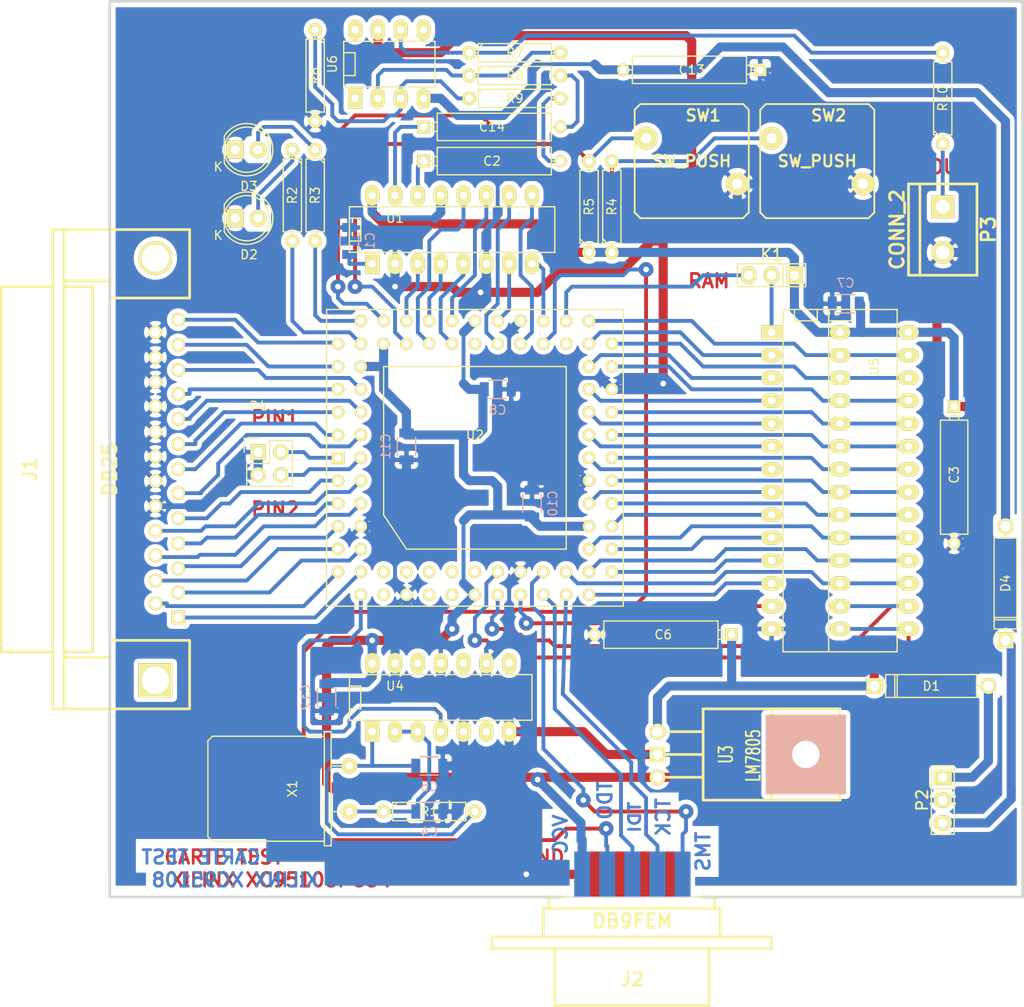
<source format=kicad_pcb>
(kicad_pcb (version 4) (host pcbnew "(2015-10-29 BZR 6286)-product")
  (title_block (title "CARTE TEST XILINX XC95108") (rev 0))
  (layers (0 Dessus signal) (31 Dessous signal) (34 B.Paste user) (35 F.Paste user) (36 B.SilkS user) (37 F.SilkS user) (38 B.Mask user) (39 F.Mask user) (44 Edge.Cuts user))
  (net 0 "")
  (net 1 +12V)
  (net 2 -12V)
  (net 3 /CSMEM)
  (net 4 /DAT0)
  (net 5 /DAT1)
  (net 6 /DAT2)
  (net 7 /DAT3)
  (net 8 /DAT4)
  (net 9 /DAT5)
  (net 10 /DAT6)
  (net 11 /DAT7)
  (net 12 /DCLK)
  (net 13 /LED1)
  (net 14 /LED2)
  (net 15 /MA0)
  (net 16 /MA1)
  (net 17 /MA2)
  (net 18 /MA3)
  (net 19 /MA4)
  (net 20 /MA5)
  (net 21 /MA6)
  (net 22 /MA7)
  (net 23 /MD0)
  (net 24 /MD1)
  (net 25 /MD10)
  (net 26 /MD11)
  (net 27 /MD12)
  (net 28 /MD13)
  (net 29 /MD14)
  (net 30 /MD2)
  (net 31 /MD3)
  (net 32 /MD4)
  (net 33 /MD5)
  (net 34 /MD6)
  (net 35 /MD7)
  (net 36 /MD8)
  (net 37 /MD9)
  (net 38 /OEMEM)
  (net 39 /PARBUS0)
  (net 40 /PARBUS1)
  (net 41 /PARBUS2)
  (net 42 /PARBUS3)
  (net 43 /PARBUS4)
  (net 44 /PARBUS5)
  (net 45 /PARBUS6)
  (net 46 /PARBUS7)
  (net 47 /PAR_AUX0/STROBE*)
  (net 48 /PAR_AUX1/ERROR*)
  (net 49 /PAR_AUX2/AUTOLF*)
  (net 50 /PAR_AUX3/SELECT*)
  (net 51 /PAR_AUX4/PE)
  (net 52 /PAR_AUX5/BUSY*)
  (net 53 /PAR_AUX6/ACK)
  (net 54 /PAR_AUX7/INIT)
  (net 55 /PAR_AUX8/SELECT)
  (net 56 /PIN_TEST0)
  (net 57 /PIN_TEST1)
  (net 58 /R/W-A14)
  (net 59 /SW0)
  (net 60 /SW1)
  (net 61 /TCK)
  (net 62 /TDI)
  (net 63 /TDO)
  (net 64 /TMS)
  (net 65 /XIN/CLK)
  (net 66 GND)
  (net 67 "Net-(C1-Pad1)")
  (net 68 "Net-(C14-Pad1)")
  (net 69 "Net-(C14-Pad2)")
  (net 70 "Net-(C2-Pad1)")
  (net 71 "Net-(C2-Pad2)")
  (net 72 "Net-(C4-Pad1)")
  (net 73 "Net-(C5-Pad1)")
  (net 74 "Net-(K1-Pad2)")
  (net 75 "Net-(P3-Pad1)")
  (net 76 "Net-(R10-Pad2)")
  (net 77 "Net-(R6-Pad1)")
  (net 78 "Net-(R7-Pad2)")
  (net 79 VCC)
  (net 80 "Net-(U2-Pad14)")
  (net 81 "Net-(U2-Pad15)")
  (net 82 "Net-(U2-Pad17)")
  (net 83 "Net-(U2-Pad18)")
  (net 84 "Net-(U2-Pad19)")
  (net 85 "Net-(U2-Pad20)")
  (net 86 "Net-(U2-Pad21)")
  (net 87 "Net-(U2-Pad23)")
  (net 88 "Net-(U2-Pad57)")
  (net 89 "Net-(U2-Pad65)")
  (net 90 "Net-(U4-Pad6)")
  (net 91 "Net-(U4-Pad8)")
  (net 92 "Net-(U4-Pad10)")
  (net 93 "Net-(U4-Pad12)")
  (net 94 "Net-(U6-Pad1)")
  (net 95 "Net-(U6-Pad5)")
  (net 96 "Net-(U6-Pad8)")
  (net 97 /+12BATT)
  (net 98 /-12BATT)
  (net 99 "Net-(D2-Pad2)")
  (net 100 "Net-(D3-Pad2)")
  (module Capacitors_SMD:C_1206 (layer Dessous) (at 121.285 62.865 90)
    (fp_text reference C1 (at 0 2.3 90) (layer B.SilkS) (effects (justify mirror)))
    (fp_text value 100nF)
    (pad 1 smd rect (at -1.5 0 90) (size 1 1.6) (layers Dessous B.Paste B.Mask) (net 67 "Net-(C1-Pad1)"))
    (pad 2 smd rect (at 1.5 0 90) (size 1 1.6) (layers Dessous B.Paste B.Mask) (net 66 GND))
  )
  (module Discret:CP6 (layer Dessus) (at 137.16 53.975)
    (fp_text reference C2 (at 0 0) (layer F.SilkS))
    (fp_text value 10uF)
    (pad 1 thru_hole rect (at -7.62 0) (size 1.397 1.397) (drill 0.8128) (layers *.Cu *.Mask F.SilkS) (net 70 "Net-(C2-Pad1)"))
    (pad 2 thru_hole circle (at 7.62 0) (size 1.397 1.397) (drill 0.8128) (layers *.Cu *.Mask F.SilkS) (net 71 "Net-(C2-Pad2)"))
  )
  (module Discret:CP6 (layer Dessus) (at 188.595 88.9 270)
    (fp_text reference C3 (at 0 0 270) (layer F.SilkS))
    (fp_text value 10uF)
    (pad 1 thru_hole rect (at -7.62 0 270) (size 1.397 1.397) (drill 0.8128) (layers *.Cu *.Mask F.SilkS) (net 79 VCC))
    (pad 2 thru_hole circle (at 7.62 0 270) (size 1.397 1.397) (drill 0.8128) (layers *.Cu *.Mask F.SilkS) (net 66 GND))
  )
  (module Capacitors_SMD:C_1206 (layer Dessous) (at 130.175 126.365)
    (fp_text reference C4 (at 0 2.3) (layer B.SilkS) (effects (justify mirror)))
    (fp_text value 22pF)
    (pad 1 smd rect (at -1.5 0) (size 1 1.6) (layers Dessous B.Paste B.Mask) (net 72 "Net-(C4-Pad1)"))
    (pad 2 smd rect (at 1.5 0) (size 1 1.6) (layers Dessous B.Paste B.Mask) (net 66 GND))
  )
  (module Capacitors_SMD:C_1206 (layer Dessous) (at 130.175 121.285)
    (fp_text reference C5 (at 0 2.3) (layer B.SilkS) (effects (justify mirror)))
    (fp_text value 22pF)
    (pad 1 smd rect (at -1.5 0) (size 1 1.6) (layers Dessous B.Paste B.Mask) (net 73 "Net-(C5-Pad1)"))
    (pad 2 smd rect (at 1.5 0) (size 1 1.6) (layers Dessous B.Paste B.Mask) (net 66 GND))
  )
  (module Discret:CP6 (layer Dessus) (at 156.21 106.68 180)
    (fp_text reference C6 (at 0 0 180) (layer F.SilkS))
    (fp_text value 47uF)
    (pad 1 thru_hole rect (at -7.62 0 180) (size 1.397 1.397) (drill 0.8128) (layers *.Cu *.Mask F.SilkS) (net 1 +12V))
    (pad 2 thru_hole circle (at 7.62 0 180) (size 1.397 1.397) (drill 0.8128) (layers *.Cu *.Mask F.SilkS) (net 66 GND))
  )
  (module Capacitors_SMD:C_1206 (layer Dessous) (at 176.53 69.85 180)
    (fp_text reference C7 (at 0 2.3 180) (layer B.SilkS) (effects (justify mirror)))
    (fp_text value 100nF)
    (pad 1 smd rect (at -1.5 0 180) (size 1 1.6) (layers Dessous B.Paste B.Mask) (net 79 VCC))
    (pad 2 smd rect (at 1.5 0 180) (size 1 1.6) (layers Dessous B.Paste B.Mask) (net 66 GND))
  )
  (module Capacitors_SMD:C_1206 (layer Dessous) (at 137.795 79.375)
    (fp_text reference C8 (at 0 2.3) (layer B.SilkS) (effects (justify mirror)))
    (fp_text value 100nF)
    (pad 1 smd rect (at -1.5 0) (size 1 1.6) (layers Dessous B.Paste B.Mask) (net 79 VCC))
    (pad 2 smd rect (at 1.5 0) (size 1 1.6) (layers Dessous B.Paste B.Mask) (net 66 GND))
  )
  (module Capacitors_SMD:C_1206 (layer Dessous) (at 141.605 92.075 90)
    (fp_text reference C10 (at 0 2.3 90) (layer B.SilkS) (effects (justify mirror)))
    (fp_text value 100nF)
    (pad 1 smd rect (at -1.5 0 90) (size 1 1.6) (layers Dessous B.Paste B.Mask) (net 79 VCC))
    (pad 2 smd rect (at 1.5 0 90) (size 1 1.6) (layers Dessous B.Paste B.Mask) (net 66 GND))
  )
  (module Capacitors_SMD:C_1206 (layer Dessous) (at 127.635 85.725 270)
    (fp_text reference C11 (at 0 2.3 270) (layer B.SilkS) (effects (justify mirror)))
    (fp_text value 100nF)
    (pad 1 smd rect (at -1.5 0 270) (size 1 1.6) (layers Dessous B.Paste B.Mask) (net 79 VCC))
    (pad 2 smd rect (at 1.5 0 270) (size 1 1.6) (layers Dessous B.Paste B.Mask) (net 66 GND))
  )
  (module Capacitors_SMD:C_1206 (layer Dessous) (at 118.745 113.665 270)
    (fp_text reference C12 (at 0 2.3 270) (layer B.SilkS) (effects (justify mirror)))
    (fp_text value 100nF)
    (pad 1 smd rect (at -1.5 0 270) (size 1 1.6) (layers Dessous B.Paste B.Mask) (net 79 VCC))
    (pad 2 smd rect (at 1.5 0 270) (size 1 1.6) (layers Dessous B.Paste B.Mask) (net 66 GND))
  )
  (module Discret:CP6 (layer Dessus) (at 159.385 43.815 180)
    (fp_text reference C13 (at 0 0 180) (layer F.SilkS))
    (fp_text value 10uF)
    (pad 1 thru_hole rect (at -7.62 0 180) (size 1.397 1.397) (drill 0.8128) (layers *.Cu *.Mask F.SilkS) (net 66 GND))
    (pad 2 thru_hole circle (at 7.62 0 180) (size 1.397 1.397) (drill 0.8128) (layers *.Cu *.Mask F.SilkS) (net 2 -12V))
  )
  (module Discret:CP6 (layer Dessus) (at 137.16 50.165)
    (fp_text reference C14 (at 0 0) (layer F.SilkS))
    (fp_text value 10uF)
    (pad 1 thru_hole rect (at -7.62 0) (size 1.397 1.397) (drill 0.8128) (layers *.Cu *.Mask F.SilkS) (net 68 "Net-(C14-Pad1)"))
    (pad 2 thru_hole circle (at 7.62 0) (size 1.397 1.397) (drill 0.8128) (layers *.Cu *.Mask F.SilkS) (net 69 "Net-(C14-Pad2)"))
  )
  (module Connect:DB25FC (layer Dessus) (at 100.965 88.265 90)
    (fp_text reference J1 (at 0 -15.24 90) (layer F.SilkS) (effects (font (thickness 0.3048))))
    (fp_text value DB25 (at 0 -6.35 90) (layer F.SilkS) (effects (font (thickness 0.3048))))
    (pad "" thru_hole circle (at 23.495 -1.27 90) (size 3.81 3.81) (drill 3.048) (layers *.Cu *.Mask F.SilkS))
    (pad "" thru_hole rect (at -23.495 -1.27 90) (size 3.81 3.81) (drill 3.048) (layers *.Cu *.Mask F.SilkS))
    (pad 1 thru_hole rect (at -16.51 1.27 90) (size 1.524 1.524) (drill 1.016) (layers *.Cu *.Mask F.SilkS) (net 47 /PAR_AUX0/STROBE*))
    (pad 2 thru_hole circle (at -13.716 1.27 90) (size 1.524 1.524) (drill 1.016) (layers *.Cu *.Mask F.SilkS) (net 39 /PARBUS0))
    (pad 3 thru_hole circle (at -11.049 1.27 90) (size 1.524 1.524) (drill 1.016) (layers *.Cu *.Mask F.SilkS) (net 40 /PARBUS1))
    (pad 4 thru_hole circle (at -8.255 1.27 90) (size 1.524 1.524) (drill 1.016) (layers *.Cu *.Mask F.SilkS) (net 41 /PARBUS2))
    (pad 5 thru_hole circle (at -5.461 1.27 90) (size 1.524 1.524) (drill 1.016) (layers *.Cu *.Mask F.SilkS) (net 42 /PARBUS3))
    (pad 6 thru_hole circle (at -2.667 1.27 90) (size 1.524 1.524) (drill 1.016) (layers *.Cu *.Mask F.SilkS) (net 43 /PARBUS4))
    (pad 7 thru_hole circle (at 0 1.27 90) (size 1.524 1.524) (drill 1.016) (layers *.Cu *.Mask F.SilkS) (net 44 /PARBUS5))
    (pad 8 thru_hole circle (at 2.794 1.27 90) (size 1.524 1.524) (drill 1.016) (layers *.Cu *.Mask F.SilkS) (net 45 /PARBUS6))
    (pad 9 thru_hole circle (at 5.588 1.27 90) (size 1.524 1.524) (drill 1.016) (layers *.Cu *.Mask F.SilkS) (net 46 /PARBUS7))
    (pad 10 thru_hole circle (at 8.382 1.27 90) (size 1.524 1.524) (drill 1.016) (layers *.Cu *.Mask F.SilkS) (net 53 /PAR_AUX6/ACK))
    (pad 11 thru_hole circle (at 11.049 1.27 90) (size 1.524 1.524) (drill 1.016) (layers *.Cu *.Mask F.SilkS) (net 52 /PAR_AUX5/BUSY*))
    (pad 12 thru_hole circle (at 13.843 1.27 90) (size 1.524 1.524) (drill 1.016) (layers *.Cu *.Mask F.SilkS) (net 51 /PAR_AUX4/PE))
    (pad 13 thru_hole circle (at 16.637 1.27 90) (size 1.524 1.524) (drill 1.016) (layers *.Cu *.Mask F.SilkS) (net 50 /PAR_AUX3/SELECT*))
    (pad 14 thru_hole circle (at -14.9352 -1.27 90) (size 1.524 1.524) (drill 1.016) (layers *.Cu *.Mask F.SilkS) (net 49 /PAR_AUX2/AUTOLF*))
    (pad 15 thru_hole circle (at -12.3952 -1.27 90) (size 1.524 1.524) (drill 1.016) (layers *.Cu *.Mask F.SilkS) (net 48 /PAR_AUX1/ERROR*))
    (pad 16 thru_hole circle (at -9.6012 -1.27 90) (size 1.524 1.524) (drill 1.016) (layers *.Cu *.Mask F.SilkS) (net 54 /PAR_AUX7/INIT))
    (pad 17 thru_hole circle (at -6.858 -1.27 90) (size 1.524 1.524) (drill 1.016) (layers *.Cu *.Mask F.SilkS) (net 55 /PAR_AUX8/SELECT))
    (pad 18 thru_hole circle (at -4.1148 -1.27 90) (size 1.524 1.524) (drill 1.016) (layers *.Cu *.Mask F.SilkS) (net 66 GND))
    (pad 19 thru_hole circle (at -1.3208 -1.27 90) (size 1.524 1.524) (drill 1.016) (layers *.Cu *.Mask F.SilkS) (net 66 GND))
    (pad 20 thru_hole circle (at 1.4224 -1.27 90) (size 1.524 1.524) (drill 1.016) (layers *.Cu *.Mask F.SilkS) (net 66 GND))
    (pad 21 thru_hole circle (at 4.1656 -1.27 90) (size 1.524 1.524) (drill 1.016) (layers *.Cu *.Mask F.SilkS) (net 66 GND))
    (pad 22 thru_hole circle (at 7.0104 -1.27 90) (size 1.524 1.524) (drill 1.016) (layers *.Cu *.Mask F.SilkS) (net 66 GND))
    (pad 23 thru_hole circle (at 9.7028 -1.27 90) (size 1.524 1.524) (drill 1.016) (layers *.Cu *.Mask F.SilkS) (net 66 GND))
    (pad 24 thru_hole circle (at 12.446 -1.27 90) (size 1.524 1.524) (drill 1.016) (layers *.Cu *.Mask F.SilkS) (net 66 GND))
    (pad 25 thru_hole circle (at 15.24 -1.27 90) (size 1.524 1.524) (drill 1.016) (layers *.Cu *.Mask F.SilkS) (net 66 GND))
  )
  (module Connect:DB9F_CI_INVERT (layer Dessus) (at 152.781 135.89 180)
    (fp_text reference J2 (at 0 -9.144 180) (layer F.SilkS) (effects (font (thickness 0.3048))))
    (fp_text value DB9FEM (at 0 -2.667 180) (layer F.SilkS) (effects (font (thickness 0.3048))))
    (pad 2 connect rect (at 2.794 2.54 180) (size 1.778 5.08) (layers Dessous B.Mask) (net 63 /TDO))
    (pad 3 connect rect (at 0 2.54 180) (size 1.778 5.08) (layers Dessous B.Mask) (net 62 /TDI))
    (pad 4 connect rect (at -2.794 2.54 180) (size 1.778 5.08) (layers Dessous B.Mask) (net 61 /TCK))
    (pad 5 connect rect (at -5.588 2.54 180) (size 1.778 5.08) (layers Dessous B.Mask) (net 64 /TMS))
    (pad 1 connect rect (at 5.588 2.54 180) (size 1.778 5.08) (layers Dessous B.Mask) (net 79 VCC))
    (pad 9 connect rect (at -4.191 2.54 180) (size 1.778 5.08) (layers Dessus F.Mask) (net 66 GND))
    (pad 8 connect rect (at -1.397 2.54 180) (size 1.778 5.08) (layers Dessus F.Mask) (net 66 GND))
    (pad 7 connect rect (at 1.397 2.54 180) (size 1.778 5.08) (layers Dessus F.Mask) (net 66 GND))
    (pad 6 connect rect (at 4.191 2.54 180) (size 1.778 5.08) (layers Dessus F.Mask) (net 66 GND))
  )
  (module Connect:bornier2 (layer Dessus) (at 187.325 61.595 270)
    (fp_text reference P3 (at 0 -5.08 270) (layer F.SilkS) (effects (font (thickness 0.3048))))
    (fp_text value CONN_2 (at 0 5.08 270) (layer F.SilkS) (effects (font (thickness 0.3048))))
    (pad 1 thru_hole rect (at -2.54 0 270) (size 2.54 2.54) (drill 1.524) (layers *.Cu *.Mask F.SilkS) (net 75 "Net-(P3-Pad1)"))
    (pad 2 thru_hole circle (at 2.54 0 270) (size 2.54 2.54) (drill 1.524) (layers *.Cu *.Mask F.SilkS) (net 66 GND))
  )
  (module Discret:R4 (layer Dessus) (at 130.175 126.365)
    (fp_text reference R1 (at 0 0) (layer F.SilkS))
    (fp_text value 100K)
    (pad 1 thru_hole circle (at -5.08 0) (size 1.524 1.524) (drill 0.8128) (layers *.Cu *.Mask F.SilkS) (net 72 "Net-(C4-Pad1)"))
    (pad 2 thru_hole circle (at 5.08 0) (size 1.524 1.524) (drill 0.8128) (layers *.Cu *.Mask F.SilkS) (net 73 "Net-(C5-Pad1)"))
  )
  (module Discret:R4 (layer Dessus) (at 114.935 57.785 270)
    (fp_text reference R2 (at 0 0 270) (layer F.SilkS))
    (fp_text value 330)
    (pad 1 thru_hole circle (at -5.08 0 270) (size 1.524 1.524) (drill 0.8128) (layers *.Cu *.Mask F.SilkS) (net 99 "Net-(D2-Pad2)"))
    (pad 2 thru_hole circle (at 5.08 0 270) (size 1.524 1.524) (drill 0.8128) (layers *.Cu *.Mask F.SilkS) (net 13 /LED1))
  )
  (module Discret:R4 (layer Dessus) (at 117.475 57.785 270)
    (fp_text reference R3 (at 0 0 270) (layer F.SilkS))
    (fp_text value 330)
    (pad 1 thru_hole circle (at -5.08 0 270) (size 1.524 1.524) (drill 0.8128) (layers *.Cu *.Mask F.SilkS) (net 100 "Net-(D3-Pad2)"))
    (pad 2 thru_hole circle (at 5.08 0 270) (size 1.524 1.524) (drill 0.8128) (layers *.Cu *.Mask F.SilkS) (net 14 /LED2))
  )
  (module Discret:R4 (layer Dessus) (at 150.495 59.055 90)
    (fp_text reference R4 (at 0 0 90) (layer F.SilkS))
    (fp_text value 4,7K)
    (pad 1 thru_hole circle (at -5.08 0 90) (size 1.524 1.524) (drill 0.8128) (layers *.Cu *.Mask F.SilkS) (net 79 VCC))
    (pad 2 thru_hole circle (at 5.08 0 90) (size 1.524 1.524) (drill 0.8128) (layers *.Cu *.Mask F.SilkS) (net 60 /SW1))
  )
  (module Discret:R4 (layer Dessus) (at 147.955 59.055 90)
    (fp_text reference R5 (at 0 0 90) (layer F.SilkS))
    (fp_text value 4,7K)
    (pad 1 thru_hole circle (at -5.08 0 90) (size 1.524 1.524) (drill 0.8128) (layers *.Cu *.Mask F.SilkS) (net 79 VCC))
    (pad 2 thru_hole circle (at 5.08 0 90) (size 1.524 1.524) (drill 0.8128) (layers *.Cu *.Mask F.SilkS) (net 59 /SW0))
  )
  (module Discret:R4 (layer Dessus) (at 117.475 44.45 270)
    (fp_text reference R6 (at 0 0 270) (layer F.SilkS))
    (fp_text value 1,1k)
    (pad 1 thru_hole circle (at -5.08 0 270) (size 1.524 1.524) (drill 0.8128) (layers *.Cu *.Mask F.SilkS) (net 77 "Net-(R6-Pad1)"))
    (pad 2 thru_hole circle (at 5.08 0 270) (size 1.524 1.524) (drill 0.8128) (layers *.Cu *.Mask F.SilkS) (net 66 GND))
  )
  (module Discret:R4 (layer Dessus) (at 139.7 41.91)
    (fp_text reference R7 (at 0 0) (layer F.SilkS))
    (fp_text value 1,1K)
    (pad 1 thru_hole circle (at -5.08 0) (size 1.524 1.524) (drill 0.8128) (layers *.Cu *.Mask F.SilkS) (net 76 "Net-(R10-Pad2)"))
    (pad 2 thru_hole circle (at 5.08 0) (size 1.524 1.524) (drill 0.8128) (layers *.Cu *.Mask F.SilkS) (net 78 "Net-(R7-Pad2)"))
  )
  (module Discret:R4 (layer Dessus) (at 139.7 44.45)
    (fp_text reference R8 (at 0 0) (layer F.SilkS))
    (fp_text value 2,2K)
    (pad 1 thru_hole circle (at -5.08 0) (size 1.524 1.524) (drill 0.8128) (layers *.Cu *.Mask F.SilkS) (net 78 "Net-(R7-Pad2)"))
    (pad 2 thru_hole circle (at 5.08 0) (size 1.524 1.524) (drill 0.8128) (layers *.Cu *.Mask F.SilkS) (net 69 "Net-(C14-Pad2)"))
  )
  (module Discret:R4 (layer Dessus) (at 139.7 46.99)
    (fp_text reference R9 (at 0 0) (layer F.SilkS))
    (fp_text value 2,2K)
    (pad 1 thru_hole circle (at -5.08 0) (size 1.524 1.524) (drill 0.8128) (layers *.Cu *.Mask F.SilkS) (net 77 "Net-(R6-Pad1)"))
    (pad 2 thru_hole circle (at 5.08 0) (size 1.524 1.524) (drill 0.8128) (layers *.Cu *.Mask F.SilkS) (net 71 "Net-(C2-Pad2)"))
  )
  (module Discret:R4 (layer Dessus) (at 187.325 46.99 90)
    (fp_text reference R10 (at 0 0 90) (layer F.SilkS))
    (fp_text value 75)
    (pad 1 thru_hole circle (at -5.08 0 90) (size 1.524 1.524) (drill 0.8128) (layers *.Cu *.Mask F.SilkS) (net 75 "Net-(P3-Pad1)"))
    (pad 2 thru_hole circle (at 5.08 0 90) (size 1.524 1.524) (drill 0.8128) (layers *.Cu *.Mask F.SilkS) (net 76 "Net-(R10-Pad2)"))
  )
  (module Discret:SW_PUSH (layer Dessus) (at 159.385 53.975)
    (fp_text reference SW1 (at 1.27 -5.08) (layer F.SilkS) (effects (font (size 1.27 1.27) (thickness 0.254))))
    (fp_text value SW_PUSH (at 0 0) (layer F.SilkS) (effects (font (size 1.27 1.27) (thickness 0.254))))
    (pad 1 thru_hole circle (at -5.08 -2.54) (size 2.54 2.54) (drill 1.143) (layers *.Cu *.Mask F.SilkS) (net 59 /SW0))
    (pad 2 thru_hole circle (at 5.08 2.54) (size 2.54 2.54) (drill 1.143) (layers *.Cu *.Mask F.SilkS) (net 66 GND))
  )
  (module Discret:SW_PUSH (layer Dessus) (at 173.355 53.975)
    (fp_text reference SW2 (at 1.27 -5.08) (layer F.SilkS) (effects (font (size 1.27 1.27) (thickness 0.254))))
    (fp_text value SW_PUSH (at 0 0) (layer F.SilkS) (effects (font (size 1.27 1.27) (thickness 0.254))))
    (pad 1 thru_hole circle (at -5.08 -2.54) (size 2.54 2.54) (drill 1.143) (layers *.Cu *.Mask F.SilkS) (net 60 /SW1))
    (pad 2 thru_hole circle (at 5.08 2.54) (size 2.54 2.54) (drill 1.143) (layers *.Cu *.Mask F.SilkS) (net 66 GND))
  )
  (module Sockets_DIP:DIP-16__300_ELL (layer Dessus) (at 132.715 61.595)
    (fp_text reference U1 (at -6.35 -1.27) (layer F.SilkS))
    (fp_text value TDA8702)
    (pad 1 thru_hole rect (at -8.89 3.81) (size 1.5748 2.286) (drill 0.8128) (layers *.Cu *.Mask F.SilkS) (net 67 "Net-(C1-Pad1)"))
    (pad 2 thru_hole oval (at -6.35 3.81) (size 1.5748 2.286) (drill 0.8128) (layers *.Cu *.Mask F.SilkS) (net 66 GND))
    (pad 3 thru_hole oval (at -3.81 3.81) (size 1.5748 2.286) (drill 0.8128) (layers *.Cu *.Mask F.SilkS) (net 6 /DAT2))
    (pad 4 thru_hole oval (at -1.27 3.81) (size 1.5748 2.286) (drill 0.8128) (layers *.Cu *.Mask F.SilkS) (net 7 /DAT3))
    (pad 5 thru_hole oval (at 1.27 3.81) (size 1.5748 2.286) (drill 0.8128) (layers *.Cu *.Mask F.SilkS) (net 12 /DCLK))
    (pad 6 thru_hole oval (at 3.81 3.81) (size 1.5748 2.286) (drill 0.8128) (layers *.Cu *.Mask F.SilkS) (net 66 GND))
    (pad 7 thru_hole oval (at 6.35 3.81) (size 1.5748 2.286) (drill 0.8128) (layers *.Cu *.Mask F.SilkS) (net 11 /DAT7))
    (pad 8 thru_hole oval (at 8.89 3.81) (size 1.5748 2.286) (drill 0.8128) (layers *.Cu *.Mask F.SilkS) (net 10 /DAT6))
    (pad 9 thru_hole oval (at 8.89 -3.81) (size 1.5748 2.286) (drill 0.8128) (layers *.Cu *.Mask F.SilkS) (net 9 /DAT5))
    (pad 10 thru_hole oval (at 6.35 -3.81) (size 1.5748 2.286) (drill 0.8128) (layers *.Cu *.Mask F.SilkS) (net 8 /DAT4))
    (pad 11 thru_hole oval (at 3.81 -3.81) (size 1.5748 2.286) (drill 0.8128) (layers *.Cu *.Mask F.SilkS) (net 5 /DAT1))
    (pad 12 thru_hole oval (at 1.27 -3.81) (size 1.5748 2.286) (drill 0.8128) (layers *.Cu *.Mask F.SilkS) (net 4 /DAT0))
    (pad 13 thru_hole oval (at -1.27 -3.81) (size 1.5748 2.286) (drill 0.8128) (layers *.Cu *.Mask F.SilkS) (net 79 VCC))
    (pad 14 thru_hole oval (at -3.81 -3.81) (size 1.5748 2.286) (drill 0.8128) (layers *.Cu *.Mask F.SilkS) (net 70 "Net-(C2-Pad1)"))
    (pad 15 thru_hole oval (at -6.35 -3.81) (size 1.5748 2.286) (drill 0.8128) (layers *.Cu *.Mask F.SilkS) (net 68 "Net-(C14-Pad1)"))
    (pad 16 thru_hole oval (at -8.89 -3.81) (size 1.5748 2.286) (drill 0.8128) (layers *.Cu *.Mask F.SilkS) (net 79 VCC))
  )
  (module Discret:LM78XX (layer Dessus) (at 155.575 120.015)
    (fp_text reference U3 (at 7.62 0 90) (layer F.SilkS) (effects (font (size 1.524 1.016) (thickness 0.2032))))
    (fp_text value LM7805 (at 10.668 0.127 90) (layer F.SilkS) (effects (font (size 1.524 1.016) (thickness 0.2032))))
    (pad 4 thru_hole rect (at 16.51 0) (size 8.89 8.89) (drill 3.048) (layers *.Cu *.SilkS *.Mask))
    (pad VI thru_hole circle (at 0 -2.54) (size 1.778 1.778) (drill 1.143) (layers *.Cu *.Mask F.SilkS) (net 1 +12V))
    (pad GND thru_hole rect (at 0 0) (size 1.778 1.778) (drill 1.143) (layers *.Cu *.Mask F.SilkS) (net 66 GND))
    (pad VO thru_hole circle (at 0 2.54) (size 1.778 1.778) (drill 1.143) (layers *.Cu *.Mask F.SilkS) (net 79 VCC))
  )
  (module Sockets_DIP:DIP-14__300_ELL (layer Dessus) (at 131.445 113.665)
    (fp_text reference U4 (at -5.08 -1.27) (layer F.SilkS))
    (fp_text value 74HC04)
    (pad 1 thru_hole rect (at -7.62 3.81) (size 1.5748 2.286) (drill 0.8128) (layers *.Cu *.Mask F.SilkS) (net 73 "Net-(C5-Pad1)"))
    (pad 2 thru_hole oval (at -5.08 3.81) (size 1.5748 2.286) (drill 0.8128) (layers *.Cu *.Mask F.SilkS) (net 72 "Net-(C4-Pad1)"))
    (pad 3 thru_hole oval (at -2.54 3.81) (size 1.5748 2.286) (drill 0.8128) (layers *.Cu *.Mask F.SilkS) (net 72 "Net-(C4-Pad1)"))
    (pad 4 thru_hole oval (at 0 3.81) (size 1.5748 2.286) (drill 0.8128) (layers *.Cu *.Mask F.SilkS) (net 65 /XIN/CLK))
    (pad 5 thru_hole oval (at 2.54 3.81) (size 1.5748 2.286) (drill 0.8128) (layers *.Cu *.Mask F.SilkS) (net 66 GND))
    (pad 6 thru_hole oval (at 5.08 3.81) (size 1.5748 2.286) (drill 0.8128) (layers *.Cu *.Mask F.SilkS) (net 90 "Net-(U4-Pad6)"))
    (pad 7 thru_hole oval (at 7.62 3.81) (size 1.5748 2.286) (drill 0.8128) (layers *.Cu *.Mask F.SilkS) (net 66 GND))
    (pad 8 thru_hole oval (at 7.62 -3.81) (size 1.5748 2.286) (drill 0.8128) (layers *.Cu *.Mask F.SilkS) (net 91 "Net-(U4-Pad8)"))
    (pad 9 thru_hole oval (at 5.08 -3.81) (size 1.5748 2.286) (drill 0.8128) (layers *.Cu *.Mask F.SilkS) (net 66 GND))
    (pad 10 thru_hole oval (at 2.54 -3.81) (size 1.5748 2.286) (drill 0.8128) (layers *.Cu *.Mask F.SilkS) (net 92 "Net-(U4-Pad10)"))
    (pad 11 thru_hole oval (at 0 -3.81) (size 1.5748 2.286) (drill 0.8128) (layers *.Cu *.Mask F.SilkS) (net 66 GND))
    (pad 12 thru_hole oval (at -2.54 -3.81) (size 1.5748 2.286) (drill 0.8128) (layers *.Cu *.Mask F.SilkS) (net 93 "Net-(U4-Pad12)"))
    (pad 13 thru_hole oval (at -5.08 -3.81) (size 1.5748 2.286) (drill 0.8128) (layers *.Cu *.Mask F.SilkS) (net 66 GND))
    (pad 14 thru_hole oval (at -7.62 -3.81) (size 1.5748 2.286) (drill 0.8128) (layers *.Cu *.Mask F.SilkS) (net 79 VCC))
  )
  (module Sockets_DIP:DIP-28__300__600_ELL (layer Dessus) (at 175.895 89.535 270)
    (fp_text reference U5 (at -12.7 -3.81 270) (layer F.SilkS))
    (fp_text value RAM_32KO)
    (pad 1 thru_hole rect (at -16.51 7.62 270) (size 1.5748 2.286) (drill 0.8128) (layers *.Cu *.Mask F.SilkS) (net 74 "Net-(K1-Pad2)"))
    (pad 2 thru_hole oval (at -13.97 7.62 270) (size 1.5748 2.286) (drill 0.8128) (layers *.Cu *.Mask F.SilkS) (net 27 /MD12))
    (pad 3 thru_hole oval (at -11.43 7.62 270) (size 1.5748 2.286) (drill 0.8128) (layers *.Cu *.Mask F.SilkS) (net 35 /MD7))
    (pad 4 thru_hole oval (at -8.89 7.62 270) (size 1.5748 2.286) (drill 0.8128) (layers *.Cu *.Mask F.SilkS) (net 34 /MD6))
    (pad 5 thru_hole oval (at -6.35 7.62 270) (size 1.5748 2.286) (drill 0.8128) (layers *.Cu *.Mask F.SilkS) (net 33 /MD5))
    (pad 6 thru_hole oval (at -3.81 7.62 270) (size 1.5748 2.286) (drill 0.8128) (layers *.Cu *.Mask F.SilkS) (net 32 /MD4))
    (pad 7 thru_hole oval (at -1.27 7.62 270) (size 1.5748 2.286) (drill 0.8128) (layers *.Cu *.Mask F.SilkS) (net 31 /MD3))
    (pad 8 thru_hole oval (at 1.27 7.62 270) (size 1.5748 2.286) (drill 0.8128) (layers *.Cu *.Mask F.SilkS) (net 30 /MD2))
    (pad 9 thru_hole oval (at 3.81 7.62 270) (size 1.5748 2.286) (drill 0.8128) (layers *.Cu *.Mask F.SilkS) (net 24 /MD1))
    (pad 10 thru_hole oval (at 6.35 7.62 270) (size 1.5748 2.286) (drill 0.8128) (layers *.Cu *.Mask F.SilkS) (net 23 /MD0))
    (pad 11 thru_hole oval (at 8.89 7.62 270) (size 1.5748 2.286) (drill 0.8128) (layers *.Cu *.Mask F.SilkS) (net 15 /MA0))
    (pad 12 thru_hole oval (at 11.43 7.62 270) (size 1.5748 2.286) (drill 0.8128) (layers *.Cu *.Mask F.SilkS) (net 16 /MA1))
    (pad 13 thru_hole oval (at 13.97 7.62 270) (size 1.5748 2.286) (drill 0.8128) (layers *.Cu *.Mask F.SilkS) (net 17 /MA2))
    (pad 14 thru_hole oval (at 16.51 7.62 270) (size 1.5748 2.286) (drill 0.8128) (layers *.Cu *.Mask F.SilkS) (net 66 GND))
    (pad 15 thru_hole oval (at 16.51 -7.62 270) (size 1.5748 2.286) (drill 0.8128) (layers *.Cu *.Mask F.SilkS) (net 18 /MA3))
    (pad 16 thru_hole oval (at 13.97 -7.62 270) (size 1.5748 2.286) (drill 0.8128) (layers *.Cu *.Mask F.SilkS) (net 19 /MA4))
    (pad 17 thru_hole oval (at 11.43 -7.62 270) (size 1.5748 2.286) (drill 0.8128) (layers *.Cu *.Mask F.SilkS) (net 20 /MA5))
    (pad 18 thru_hole oval (at 8.89 -7.62 270) (size 1.5748 2.286) (drill 0.8128) (layers *.Cu *.Mask F.SilkS) (net 21 /MA6))
    (pad 19 thru_hole oval (at 6.35 -7.62 270) (size 1.5748 2.286) (drill 0.8128) (layers *.Cu *.Mask F.SilkS) (net 22 /MA7))
    (pad 20 thru_hole oval (at 3.81 -7.62 270) (size 1.5748 2.286) (drill 0.8128) (layers *.Cu *.Mask F.SilkS) (net 3 /CSMEM))
    (pad 21 thru_hole oval (at 1.27 -7.62 270) (size 1.5748 2.286) (drill 0.8128) (layers *.Cu *.Mask F.SilkS) (net 25 /MD10))
    (pad 22 thru_hole oval (at -1.27 -7.62 270) (size 1.5748 2.286) (drill 0.8128) (layers *.Cu *.Mask F.SilkS) (net 38 /OEMEM))
    (pad 23 thru_hole oval (at -3.81 -7.62 270) (size 1.5748 2.286) (drill 0.8128) (layers *.Cu *.Mask F.SilkS) (net 26 /MD11))
    (pad 24 thru_hole oval (at -6.35 -7.62 270) (size 1.5748 2.286) (drill 0.8128) (layers *.Cu *.Mask F.SilkS) (net 37 /MD9))
    (pad 25 thru_hole oval (at -8.89 -7.62 270) (size 1.5748 2.286) (drill 0.8128) (layers *.Cu *.Mask F.SilkS) (net 36 /MD8))
    (pad 26 thru_hole oval (at -11.43 -7.62 270) (size 1.5748 2.286) (drill 0.8128) (layers *.Cu *.Mask F.SilkS) (net 28 /MD13))
    (pad 27 thru_hole oval (at -13.97 -7.62 270) (size 1.5748 2.286) (drill 0.8128) (layers *.Cu *.Mask F.SilkS) (net 58 /R/W-A14))
    (pad 28 thru_hole oval (at -16.51 -7.62 270) (size 1.5748 2.286) (drill 0.8128) (layers *.Cu *.Mask F.SilkS) (net 79 VCC))
    (pad 15 thru_hole oval (at 16.51 0 270) (size 1.5748 2.286) (drill 0.8128) (layers *.Cu *.Mask F.SilkS) (net 18 /MA3))
    (pad 16 thru_hole oval (at 13.97 0 270) (size 1.5748 2.286) (drill 0.8128) (layers *.Cu *.Mask F.SilkS) (net 19 /MA4))
    (pad 17 thru_hole oval (at 11.43 0 270) (size 1.5748 2.286) (drill 0.8128) (layers *.Cu *.Mask F.SilkS) (net 20 /MA5))
    (pad 18 thru_hole oval (at 8.89 0 270) (size 1.5748 2.286) (drill 0.8128) (layers *.Cu *.Mask F.SilkS) (net 21 /MA6))
    (pad 19 thru_hole oval (at 6.35 0 270) (size 1.5748 2.286) (drill 0.8128) (layers *.Cu *.Mask F.SilkS) (net 22 /MA7))
    (pad 20 thru_hole oval (at 3.81 0 270) (size 1.5748 2.286) (drill 0.8128) (layers *.Cu *.Mask F.SilkS) (net 3 /CSMEM))
    (pad 21 thru_hole oval (at 1.27 0 270) (size 1.5748 2.286) (drill 0.8128) (layers *.Cu *.Mask F.SilkS) (net 25 /MD10))
    (pad 22 thru_hole oval (at -1.27 0 270) (size 1.5748 2.286) (drill 0.8128) (layers *.Cu *.Mask F.SilkS) (net 38 /OEMEM))
    (pad 23 thru_hole oval (at -3.81 0 270) (size 1.5748 2.286) (drill 0.8128) (layers *.Cu *.Mask F.SilkS) (net 26 /MD11))
    (pad 24 thru_hole oval (at -6.35 0 270) (size 1.5748 2.286) (drill 0.8128) (layers *.Cu *.Mask F.SilkS) (net 37 /MD9))
    (pad 25 thru_hole oval (at -8.89 0 270) (size 1.5748 2.286) (drill 0.8128) (layers *.Cu *.Mask F.SilkS) (net 36 /MD8))
    (pad 26 thru_hole oval (at -11.43 0 270) (size 1.5748 2.286) (drill 0.8128) (layers *.Cu *.Mask F.SilkS) (net 28 /MD13))
    (pad 27 thru_hole oval (at -13.97 0 270) (size 1.5748 2.286) (drill 0.8128) (layers *.Cu *.Mask F.SilkS) (net 58 /R/W-A14))
    (pad 28 thru_hole oval (at -16.51 0 270) (size 1.5748 2.286) (drill 0.8128) (layers *.Cu *.Mask F.SilkS) (net 79 VCC))
  )
  (module Sockets_DIP:DIP-8__300_ELL (layer Dessus) (at 125.73 43.18)
    (fp_text reference U6 (at -6.35 0 90) (layer F.SilkS))
    (fp_text value LM318N)
    (pad 1 thru_hole rect (at -3.81 3.81) (size 1.5748 2.286) (drill 0.8128) (layers *.Cu *.Mask F.SilkS) (net 94 "Net-(U6-Pad1)"))
    (pad 2 thru_hole oval (at -1.27 3.81) (size 1.5748 2.286) (drill 0.8128) (layers *.Cu *.Mask F.SilkS) (net 78 "Net-(R7-Pad2)"))
    (pad 3 thru_hole oval (at 1.27 3.81) (size 1.5748 2.286) (drill 0.8128) (layers *.Cu *.Mask F.SilkS) (net 77 "Net-(R6-Pad1)"))
    (pad 4 thru_hole oval (at 3.81 3.81) (size 1.5748 2.286) (drill 0.8128) (layers *.Cu *.Mask F.SilkS) (net 2 -12V))
    (pad 5 thru_hole oval (at 3.81 -3.81) (size 1.5748 2.286) (drill 0.8128) (layers *.Cu *.Mask F.SilkS) (net 95 "Net-(U6-Pad5)"))
    (pad 6 thru_hole oval (at 1.27 -3.81) (size 1.5748 2.286) (drill 0.8128) (layers *.Cu *.Mask F.SilkS) (net 76 "Net-(R10-Pad2)"))
    (pad 7 thru_hole oval (at -1.27 -3.81) (size 1.5748 2.286) (drill 0.8128) (layers *.Cu *.Mask F.SilkS) (net 1 +12V))
    (pad 8 thru_hole oval (at -3.81 -3.81) (size 1.5748 2.286) (drill 0.8128) (layers *.Cu *.Mask F.SilkS) (net 96 "Net-(U6-Pad8)"))
  )
  (module Crystals:HC-18UH (layer Dessus) (at 121.285 123.825 270)
    (fp_text reference X1 (at 0 6.35 270) (layer F.SilkS))
    (fp_text value 10MHz)
    (pad 1 thru_hole circle (at -2.54 0 270) (size 1.778 1.778) (drill 0.8128) (layers *.Cu *.Mask F.SilkS) (net 73 "Net-(C5-Pad1)"))
    (pad 2 thru_hole circle (at 2.54 0 270) (size 1.778 1.778) (drill 0.8128) (layers *.Cu *.Mask F.SilkS) (net 72 "Net-(C4-Pad1)"))
  )
  (module LEDs:LED-5MM (layer Dessus) (at 108.585 60.325)
    (fp_text reference D2 (at 1.524 4.064) (layer F.SilkS))
    (fp_text value LED)
    (fp_text user K (at -1.905 1.905) (layer F.SilkS))
    (pad 1 thru_hole rect (at 0 0 90) (size 2 1.9) (drill 1.00076) (layers *.Cu *.Mask F.SilkS) (net 66 GND))
    (pad 2 thru_hole circle (at 2.54 0) (size 1.9 1.9) (drill 1.00076) (layers *.Cu *.Mask F.SilkS) (net 99 "Net-(D2-Pad2)"))
  )
  (module LEDs:LED-5MM (layer Dessus) (at 108.585 52.705)
    (fp_text reference D3 (at 1.524 4.064) (layer F.SilkS))
    (fp_text value LED)
    (fp_text user K (at -1.905 1.905) (layer F.SilkS))
    (pad 1 thru_hole rect (at 0 0 90) (size 2 1.9) (drill 1.00076) (layers *.Cu *.Mask F.SilkS) (net 66 GND))
    (pad 2 thru_hole circle (at 2.54 0) (size 1.9 1.9) (drill 1.00076) (layers *.Cu *.Mask F.SilkS) (net 100 "Net-(D3-Pad2)"))
  )
  (module Sockets:PLCC84 (layer Dessus) (at 135.255 86.995)
    (fp_text reference U2 (at 0 -2.54) (layer F.SilkS))
    (fp_text value XC95108PC84)
    (pad 1 thru_hole rect (at -15.24 0) (size 1.397 1.397) (drill 0.8128) (layers *.Cu *.Mask F.SilkS) (net 56 /PIN_TEST0))
    (pad 2 thru_hole circle (at -12.7 0) (size 1.397 1.397) (drill 0.8128) (layers *.Cu *.Mask F.SilkS) (net 57 /PIN_TEST1))
    (pad 3 thru_hole circle (at -15.24 2.54) (size 1.397 1.397) (drill 0.8128) (layers *.Cu *.Mask F.SilkS) (net 42 /PARBUS3))
    (pad 4 thru_hole circle (at -12.7 2.54) (size 1.397 1.397) (drill 0.8128) (layers *.Cu *.Mask F.SilkS) (net 55 /PAR_AUX8/SELECT))
    (pad 5 thru_hole circle (at -15.24 5.08) (size 1.397 1.397) (drill 0.8128) (layers *.Cu *.Mask F.SilkS) (net 41 /PARBUS2))
    (pad 6 thru_hole circle (at -12.7 5.08) (size 1.397 1.397) (drill 0.8128) (layers *.Cu *.Mask F.SilkS) (net 54 /PAR_AUX7/INIT))
    (pad 7 thru_hole circle (at -15.24 7.62) (size 1.397 1.397) (drill 0.8128) (layers *.Cu *.Mask F.SilkS) (net 40 /PARBUS1))
    (pad 8 thru_hole circle (at -12.7 7.62) (size 1.397 1.397) (drill 0.8128) (layers *.Cu *.Mask F.SilkS) (net 66 GND))
    (pad 9 thru_hole circle (at -15.24 10.16) (size 1.397 1.397) (drill 0.8128) (layers *.Cu *.Mask F.SilkS) (net 48 /PAR_AUX1/ERROR*))
    (pad 10 thru_hole circle (at -12.7 10.16) (size 1.397 1.397) (drill 0.8128) (layers *.Cu *.Mask F.SilkS) (net 39 /PARBUS0))
    (pad 11 thru_hole circle (at -15.24 12.7) (size 1.397 1.397) (drill 0.8128) (layers *.Cu *.Mask F.SilkS) (net 49 /PAR_AUX2/AUTOLF*))
    (pad 12 thru_hole circle (at -12.7 15.24) (size 1.397 1.397) (drill 0.8128) (layers *.Cu *.Mask F.SilkS) (net 65 /XIN/CLK))
    (pad 13 thru_hole circle (at -12.7 12.7) (size 1.397 1.397) (drill 0.8128) (layers *.Cu *.Mask F.SilkS) (net 47 /PAR_AUX0/STROBE*))
    (pad 14 thru_hole circle (at -10.16 15.24) (size 1.397 1.397) (drill 0.8128) (layers *.Cu *.Mask F.SilkS) (net 80 "Net-(U2-Pad14)"))
    (pad 15 thru_hole circle (at -10.16 12.7) (size 1.397 1.397) (drill 0.8128) (layers *.Cu *.Mask F.SilkS) (net 81 "Net-(U2-Pad15)"))
    (pad 16 thru_hole circle (at -7.62 15.24) (size 1.397 1.397) (drill 0.8128) (layers *.Cu *.Mask F.SilkS) (net 66 GND))
    (pad 17 thru_hole circle (at -7.62 12.7) (size 1.397 1.397) (drill 0.8128) (layers *.Cu *.Mask F.SilkS) (net 82 "Net-(U2-Pad17)"))
    (pad 18 thru_hole circle (at -5.08 15.24) (size 1.397 1.397) (drill 0.8128) (layers *.Cu *.Mask F.SilkS) (net 83 "Net-(U2-Pad18)"))
    (pad 19 thru_hole circle (at -5.08 12.7) (size 1.397 1.397) (drill 0.8128) (layers *.Cu *.Mask F.SilkS) (net 84 "Net-(U2-Pad19)"))
    (pad 20 thru_hole circle (at -2.54 15.24) (size 1.397 1.397) (drill 0.8128) (layers *.Cu *.Mask F.SilkS) (net 85 "Net-(U2-Pad20)"))
    (pad 21 thru_hole circle (at -2.54 12.7) (size 1.397 1.397) (drill 0.8128) (layers *.Cu *.Mask F.SilkS) (net 86 "Net-(U2-Pad21)"))
    (pad 22 thru_hole circle (at 0 15.24) (size 1.397 1.397) (drill 0.8128) (layers *.Cu *.Mask F.SilkS) (net 79 VCC))
    (pad 23 thru_hole circle (at 0 12.7) (size 1.397 1.397) (drill 0.8128) (layers *.Cu *.Mask F.SilkS) (net 87 "Net-(U2-Pad23)"))
    (pad 24 thru_hole circle (at 2.54 15.24) (size 1.397 1.397) (drill 0.8128) (layers *.Cu *.Mask F.SilkS) (net 19 /MA4))
    (pad 25 thru_hole circle (at 2.54 12.7) (size 1.397 1.397) (drill 0.8128) (layers *.Cu *.Mask F.SilkS) (net 18 /MA3))
    (pad 26 thru_hole circle (at 5.08 15.24) (size 1.397 1.397) (drill 0.8128) (layers *.Cu *.Mask F.SilkS) (net 17 /MA2))
    (pad 27 thru_hole circle (at 5.08 12.7) (size 1.397 1.397) (drill 0.8128) (layers *.Cu *.Mask F.SilkS) (net 66 GND))
    (pad 28 thru_hole circle (at 7.62 15.24) (size 1.397 1.397) (drill 0.8128) (layers *.Cu *.Mask F.SilkS) (net 62 /TDI))
    (pad 29 thru_hole circle (at 7.62 12.7) (size 1.397 1.397) (drill 0.8128) (layers *.Cu *.Mask F.SilkS) (net 64 /TMS))
    (pad 30 thru_hole circle (at 10.16 15.24) (size 1.397 1.397) (drill 0.8128) (layers *.Cu *.Mask F.SilkS) (net 61 /TCK))
    (pad 31 thru_hole circle (at 10.16 12.7) (size 1.397 1.397) (drill 0.8128) (layers *.Cu *.Mask F.SilkS) (net 20 /MA5))
    (pad 32 thru_hole circle (at 12.7 15.24) (size 1.397 1.397) (drill 0.8128) (layers *.Cu *.Mask F.SilkS) (net 16 /MA1))
    (pad 33 thru_hole circle (at 15.24 12.7) (size 1.397 1.397) (drill 0.8128) (layers *.Cu *.Mask F.SilkS) (net 15 /MA0))
    (pad 34 thru_hole circle (at 12.7 12.7) (size 1.397 1.397) (drill 0.8128) (layers *.Cu *.Mask F.SilkS) (net 21 /MA6))
    (pad 35 thru_hole circle (at 15.24 10.16) (size 1.397 1.397) (drill 0.8128) (layers *.Cu *.Mask F.SilkS) (net 23 /MD0))
    (pad 36 thru_hole circle (at 12.7 10.16) (size 1.397 1.397) (drill 0.8128) (layers *.Cu *.Mask F.SilkS) (net 22 /MA7))
    (pad 37 thru_hole circle (at 15.24 7.62) (size 1.397 1.397) (drill 0.8128) (layers *.Cu *.Mask F.SilkS) (net 24 /MD1))
    (pad 38 thru_hole circle (at 12.7 7.62) (size 1.397 1.397) (drill 0.8128) (layers *.Cu *.Mask F.SilkS) (net 79 VCC))
    (pad 39 thru_hole circle (at 15.24 5.08) (size 1.397 1.397) (drill 0.8128) (layers *.Cu *.Mask F.SilkS) (net 3 /CSMEM))
    (pad 40 thru_hole circle (at 12.7 5.08) (size 1.397 1.397) (drill 0.8128) (layers *.Cu *.Mask F.SilkS) (net 30 /MD2))
    (pad 41 thru_hole circle (at 15.24 2.54) (size 1.397 1.397) (drill 0.8128) (layers *.Cu *.Mask F.SilkS) (net 25 /MD10))
    (pad 42 thru_hole circle (at 12.7 2.54) (size 1.397 1.397) (drill 0.8128) (layers *.Cu *.Mask F.SilkS) (net 66 GND))
    (pad 43 thru_hole circle (at 15.24 0) (size 1.397 1.397) (drill 0.8128) (layers *.Cu *.Mask F.SilkS) (net 38 /OEMEM))
    (pad 44 thru_hole circle (at 12.7 0) (size 1.397 1.397) (drill 0.8128) (layers *.Cu *.Mask F.SilkS) (net 31 /MD3))
    (pad 45 thru_hole circle (at 15.24 -2.54) (size 1.397 1.397) (drill 0.8128) (layers *.Cu *.Mask F.SilkS) (net 26 /MD11))
    (pad 46 thru_hole circle (at 12.7 -2.54) (size 1.397 1.397) (drill 0.8128) (layers *.Cu *.Mask F.SilkS) (net 32 /MD4))
    (pad 47 thru_hole circle (at 15.24 -5.08) (size 1.397 1.397) (drill 0.8128) (layers *.Cu *.Mask F.SilkS) (net 37 /MD9))
    (pad 48 thru_hole circle (at 12.7 -5.08) (size 1.397 1.397) (drill 0.8128) (layers *.Cu *.Mask F.SilkS) (net 33 /MD5))
    (pad 49 thru_hole circle (at 15.24 -7.62) (size 1.397 1.397) (drill 0.8128) (layers *.Cu *.Mask F.SilkS) (net 66 GND))
    (pad 50 thru_hole circle (at 12.7 -7.62) (size 1.397 1.397) (drill 0.8128) (layers *.Cu *.Mask F.SilkS) (net 34 /MD6))
    (pad 51 thru_hole circle (at 15.24 -10.16) (size 1.397 1.397) (drill 0.8128) (layers *.Cu *.Mask F.SilkS) (net 36 /MD8))
    (pad 52 thru_hole circle (at 12.7 -10.16) (size 1.397 1.397) (drill 0.8128) (layers *.Cu *.Mask F.SilkS) (net 35 /MD7))
    (pad 53 thru_hole circle (at 15.24 -12.7) (size 1.397 1.397) (drill 0.8128) (layers *.Cu *.Mask F.SilkS) (net 28 /MD13))
    (pad 54 thru_hole circle (at 12.7 -15.24) (size 1.397 1.397) (drill 0.8128) (layers *.Cu *.Mask F.SilkS) (net 58 /R/W-A14))
    (pad 55 thru_hole circle (at 12.7 -12.7) (size 1.397 1.397) (drill 0.8128) (layers *.Cu *.Mask F.SilkS) (net 27 /MD12))
    (pad 56 thru_hole circle (at 10.16 -15.24) (size 1.397 1.397) (drill 0.8128) (layers *.Cu *.Mask F.SilkS) (net 29 /MD14))
    (pad 57 thru_hole circle (at 10.16 -12.7) (size 1.397 1.397) (drill 0.8128) (layers *.Cu *.Mask F.SilkS) (net 88 "Net-(U2-Pad57)"))
    (pad 58 thru_hole circle (at 7.62 -15.24) (size 1.397 1.397) (drill 0.8128) (layers *.Cu *.Mask F.SilkS) (net 10 /DAT6))
    (pad 59 thru_hole circle (at 7.62 -12.7) (size 1.397 1.397) (drill 0.8128) (layers *.Cu *.Mask F.SilkS) (net 63 /TDO))
    (pad 60 thru_hole circle (at 5.08 -15.24) (size 1.397 1.397) (drill 0.8128) (layers *.Cu *.Mask F.SilkS) (net 66 GND))
    (pad 61 thru_hole circle (at 5.08 -12.7) (size 1.397 1.397) (drill 0.8128) (layers *.Cu *.Mask F.SilkS) (net 9 /DAT5))
    (pad 62 thru_hole circle (at 2.54 -15.24) (size 1.397 1.397) (drill 0.8128) (layers *.Cu *.Mask F.SilkS) (net 11 /DAT7))
    (pad 63 thru_hole circle (at 2.54 -12.7) (size 1.397 1.397) (drill 0.8128) (layers *.Cu *.Mask F.SilkS) (net 8 /DAT4))
    (pad 64 thru_hole circle (at 0 -15.24) (size 1.397 1.397) (drill 0.8128) (layers *.Cu *.Mask F.SilkS) (net 79 VCC))
    (pad 65 thru_hole circle (at 0 -12.7) (size 1.397 1.397) (drill 0.8128) (layers *.Cu *.Mask F.SilkS) (net 89 "Net-(U2-Pad65)"))
    (pad 66 thru_hole circle (at -2.54 -15.24) (size 1.397 1.397) (drill 0.8128) (layers *.Cu *.Mask F.SilkS) (net 5 /DAT1))
    (pad 67 thru_hole circle (at -2.54 -12.7) (size 1.397 1.397) (drill 0.8128) (layers *.Cu *.Mask F.SilkS) (net 12 /DCLK))
    (pad 68 thru_hole circle (at -5.08 -15.24) (size 1.397 1.397) (drill 0.8128) (layers *.Cu *.Mask F.SilkS) (net 7 /DAT3))
    (pad 69 thru_hole circle (at -5.08 -12.7) (size 1.397 1.397) (drill 0.8128) (layers *.Cu *.Mask F.SilkS) (net 4 /DAT0))
    (pad 70 thru_hole circle (at -7.62 -15.24) (size 1.397 1.397) (drill 0.8128) (layers *.Cu *.Mask F.SilkS) (net 6 /DAT2))
    (pad 71 thru_hole circle (at -7.62 -12.7) (size 1.397 1.397) (drill 0.8128) (layers *.Cu *.Mask F.SilkS) (net 60 /SW1))
    (pad 72 thru_hole circle (at -10.16 -15.24) (size 1.397 1.397) (drill 0.8128) (layers *.Cu *.Mask F.SilkS) (net 59 /SW0))
    (pad 73 thru_hole circle (at -10.16 -12.7) (size 1.397 1.397) (drill 0.8128) (layers *.Cu *.Mask F.SilkS) (net 79 VCC))
    (pad 74 thru_hole circle (at -12.7 -15.24) (size 1.397 1.397) (drill 0.8128) (layers *.Cu *.Mask F.SilkS) (net 14 /LED2))
    (pad 75 thru_hole circle (at -15.24 -12.7) (size 1.397 1.397) (drill 0.8128) (layers *.Cu *.Mask F.SilkS) (net 50 /PAR_AUX3/SELECT*))
    (pad 76 thru_hole circle (at -12.7 -12.7) (size 1.397 1.397) (drill 0.8128) (layers *.Cu *.Mask F.SilkS) (net 13 /LED1))
    (pad 77 thru_hole circle (at -15.24 -10.16) (size 1.397 1.397) (drill 0.8128) (layers *.Cu *.Mask F.SilkS) (net 51 /PAR_AUX4/PE))
    (pad 78 thru_hole circle (at -12.7 -10.16) (size 1.397 1.397) (drill 0.8128) (layers *.Cu *.Mask F.SilkS) (net 79 VCC))
    (pad 79 thru_hole circle (at -15.24 -7.62) (size 1.397 1.397) (drill 0.8128) (layers *.Cu *.Mask F.SilkS) (net 53 /PAR_AUX6/ACK))
    (pad 80 thru_hole circle (at -12.7 -7.62) (size 1.397 1.397) (drill 0.8128) (layers *.Cu *.Mask F.SilkS) (net 52 /PAR_AUX5/BUSY*))
    (pad 81 thru_hole circle (at -15.24 -5.08) (size 1.397 1.397) (drill 0.8128) (layers *.Cu *.Mask F.SilkS) (net 45 /PARBUS6))
    (pad 82 thru_hole circle (at -12.7 -5.08) (size 1.397 1.397) (drill 0.8128) (layers *.Cu *.Mask F.SilkS) (net 46 /PARBUS7))
    (pad 83 thru_hole circle (at -15.24 -2.54) (size 1.397 1.397) (drill 0.8128) (layers *.Cu *.Mask F.SilkS) (net 44 /PARBUS5))
    (pad 84 thru_hole circle (at -12.7 -2.54) (size 1.397 1.397) (drill 0.8128) (layers *.Cu *.Mask F.SilkS) (net 43 /PARBUS4))
  )
  (module Socket_Strips:Socket_Strip_Straight_1x03 (layer Dessus) (at 187.325 125.095 90)
    (fp_text reference P2 (at 0 -2.286 90) (layer F.SilkS) (effects (font (size 1.27 1.27) (thickness 0.2032))))
    (fp_text value CONN_3 hide)
    (pad 1 thru_hole rect (at 2.54 0 270) (size 1.7272 2.032) (drill 1.016) (layers *.Cu *.Mask F.SilkS) (net 97 /+12BATT))
    (pad 2 thru_hole oval (at 0 0 270) (size 1.7272 2.032) (drill 1.016) (layers *.Cu *.Mask F.SilkS) (net 66 GND))
    (pad 3 thru_hole oval (at -2.54 0 270) (size 1.7272 2.032) (drill 1.016) (layers *.Cu *.Mask F.SilkS) (net 98 /-12BATT))
  )
  (module Pin_Headers:Pin_Header_Straight_2x02 (layer Dessus) (at 111.125 86.36)
    (fp_text reference P4 (at 0 -5.1) (layer F.SilkS))
    (fp_text value CONN_2X2)
    (pad 1 thru_hole rect (at 0 0) (size 1.7272 1.7272) (drill 1.016) (layers *.Cu *.Mask F.SilkS) (net 66 GND))
    (pad 2 thru_hole oval (at 2.54 0) (size 1.7272 1.7272) (drill 1.016) (layers *.Cu *.Mask F.SilkS) (net 56 /PIN_TEST0))
    (pad 3 thru_hole oval (at 0 2.54) (size 1.7272 1.7272) (drill 1.016) (layers *.Cu *.Mask F.SilkS) (net 66 GND))
    (pad 4 thru_hole oval (at 2.54 2.54) (size 1.7272 1.7272) (drill 1.016) (layers *.Cu *.Mask F.SilkS) (net 57 /PIN_TEST1))
  )
  (module Socket_Strips:Socket_Strip_Straight_1x03 (layer Dessus) (at 168.275 66.675)
    (fp_text reference K1 (at 0 -2.286) (layer F.SilkS) (effects (font (size 1.27 1.27) (thickness 0.2032))))
    (fp_text value CONN_3 hide)
    (pad 1 thru_hole rect (at 2.54 0 180) (size 1.7272 2.032) (drill 1.016) (layers *.Cu *.Mask F.SilkS) (net 79 VCC))
    (pad 2 thru_hole oval (at 0 0 180) (size 1.7272 2.032) (drill 1.016) (layers *.Cu *.Mask F.SilkS) (net 74 "Net-(K1-Pad2)"))
    (pad 3 thru_hole oval (at -2.54 0 180) (size 1.7272 2.032) (drill 1.016) (layers *.Cu *.Mask F.SilkS) (net 29 /MD14))
  )
  (module Discret:D5 (layer Dessus) (at 186.055 112.395 180)
    (fp_text reference D1 (at 0 0 180) (layer F.SilkS))
    (fp_text value 1N4004)
    (pad 2 thru_hole circle (at -6.35 0 180) (size 1.778 1.778) (drill 1.143) (layers *.Cu *.Mask F.SilkS) (net 97 /+12BATT))
    (pad 1 thru_hole rect (at 6.35 0 180) (size 1.778 1.778) (drill 1.143) (layers *.Cu *.Mask F.SilkS) (net 1 +12V))
  )
  (module Discret:D5 (layer Dessus) (at 194.31 100.965 270)
    (fp_text reference D4 (at 0 0 270) (layer F.SilkS))
    (fp_text value 1N4004)
    (pad 2 thru_hole circle (at -6.35 0 270) (size 1.778 1.778) (drill 1.143) (layers *.Cu *.Mask F.SilkS) (net 2 -12V))
    (pad 1 thru_hole rect (at 6.35 0 270) (size 1.778 1.778) (drill 1.143) (layers *.Cu *.Mask F.SilkS) (net 98 /-12BATT))
  )
  (gr_text -12V (at 187.325 130.429) (layer Dessus) (effects (font (thickness 0.3048))))
  (gr_line (start 144.78 135.89) (end 160.655 135.89) (angle 90) (layer Edge.Cuts) (width 0.1))
  (gr_text ROM (at 176.53 67.31) (layer Dessus) (effects (font (thickness 0.3048))))
  (gr_text "XILINX XC95108PC84" (at 113.665 133.985) (layer Dessus) (effects (font (thickness 0.3048))))
  (gr_text "CARTE TEST" (at 107.315 131.445) (layer Dessus) (effects (font (thickness 0.3048))))
  (gr_line (start 160.655 135.89) (end 192.405 135.89) (angle 90) (layer Edge.Cuts) (width 0.3048))
  (gr_line (start 94.615 135.89) (end 144.78 135.89) (angle 90) (layer Edge.Cuts) (width 0.3048))
  (gr_line (start 94.615 36.195) (end 94.615 46.355) (angle 90) (layer Edge.Cuts) (width 0.3048))
  (gr_line (start 196.215 36.195) (end 94.615 36.195) (angle 90) (layer Edge.Cuts) (width 0.3048))
  (gr_line (start 196.215 37.465) (end 196.215 36.195) (angle 90) (layer Edge.Cuts) (width 0.3048))
  (gr_line (start 196.215 135.89) (end 194.945 135.89) (angle 90) (layer Edge.Cuts) (width 0.3048))
  (gr_line (start 196.215 37.465) (end 196.215 135.89) (angle 90) (layer Edge.Cuts) (width 0.3048))
  (gr_line (start 192.405 135.89) (end 194.945 135.89) (angle 90) (layer Edge.Cuts) (width 0.3048))
  (gr_line (start 94.615 133.985) (end 94.615 135.89) (angle 90) (layer Edge.Cuts) (width 0.3048))
  (gr_text "XILINX XC95108" (at 108.585 133.985) (layer Dessous) (effects (font (thickness 0.3048)) (justify mirror)))
  (gr_line (start 94.615 132.715) (end 94.615 133.985) (angle 90) (layer Edge.Cuts) (width 0.3048))
  (gr_text PIN2 (at 113.03 92.71) (layer Dessus) (effects (font (thickness 0.3048))))
  (gr_text PIN1 (at 113.03 82.55) (layer Dessus) (effects (font (thickness 0.3048))))
  (gr_text TMS (at 160.655 130.81 90) (layer Dessous) (effects (font (thickness 0.3048)) (justify mirror)))
  (gr_text TCK (at 156.21 127 90) (layer Dessous) (effects (font (thickness 0.3048)) (justify mirror)))
  (gr_text TDI (at 153.035 127 90) (layer Dessous) (effects (font (size 1.27 1.524) (thickness 0.3048)) (justify mirror)))
  (gr_text TDO (at 149.733 125.095 90) (layer Dessous) (effects (font (thickness 0.3048)) (justify mirror)))
  (gr_text GND (at 142.875 131.445) (layer Dessus) (effects (font (thickness 0.3048))))
  (gr_text VCC (at 144.78 128.905 90) (layer Dessous) (effects (font (thickness 0.3048)) (justify mirror)))
  (gr_text "CARTE TEST" (at 104.775 131.445) (layer Dessous) (effects (font (thickness 0.3048)) (justify mirror)))
  (gr_text VOUT (at 187.325 54.61) (layer Dessus) (effects (font (thickness 0.3048))))
  (gr_text GND (at 187.325 68.58) (layer Dessus) (effects (font (thickness 0.3048))))
  (gr_text +12V (at 186.69 119.888) (layer Dessus) (effects (font (thickness 0.3048))))
  (gr_text GND (at 183.261 125.222) (layer Dessus) (effects (font (thickness 0.3048))))
  (gr_text RAM (at 161.29 67.31) (layer Dessus) (effects (font (thickness 0.3048))))
  (gr_line (start 94.615 46.355) (end 94.615 53.975) (angle 90) (layer Edge.Cuts) (width 0.3048))
  (gr_line (start 94.615 53.975) (end 94.615 132.715) (angle 90) (layer Edge.Cuts) (width 0.3048))
  (segment (start 131.445 41.91) (end 125.095 41.91) (width 1.016) (layer Dessus) (net 1))
  (segment (start 160.02 59.055) (end 159.385 58.42) (width 1.016) (layer Dessus) (net 1))
  (segment (start 155.575 113.665) (end 155.575 117.475) (width 1.016) (layer Dessous) (net 1))
  (segment (start 158.75 40.005) (end 133.35 40.005) (width 1.016) (layer Dessus) (net 1))
  (segment (start 159.385 58.42) (end 159.385 40.64) (width 1.016) (layer Dessus) (net 1))
  (segment (start 159.385 40.64) (end 158.75 40.005) (width 1.016) (layer Dessus) (net 1))
  (segment (start 173.99 59.055) (end 160.02 59.055) (width 1.016) (layer Dessus) (net 1))
  (segment (start 133.35 40.005) (end 131.445 41.91) (width 1.016) (layer Dessus) (net 1))
  (segment (start 163.83 106.68) (end 163.83 112.395) (width 1.016) (layer Dessous) (net 1))
  (segment (start 125.095 41.91) (end 124.46 41.275) (width 1.016) (layer Dessus) (net 1))
  (segment (start 124.46 41.275) (end 124.46 39.37) (width 1.016) (layer Dessus) (net 1))
  (segment (start 156.845 112.395) (end 155.575 113.665) (width 1.016) (layer Dessous) (net 1))
  (segment (start 185.42 70.485) (end 173.99 59.055) (width 1.016) (layer Dessus) (net 1))
  (segment (start 169.545 112.395) (end 163.83 112.395) (width 1.016) (layer Dessous) (net 1))
  (segment (start 186.69 71.755) (end 185.42 70.485) (width 1.016) (layer Dessus) (net 1))
  (segment (start 163.83 112.395) (end 156.845 112.395) (width 1.016) (layer Dessous) (net 1))
  (segment (start 179.705 112.395) (end 179.705 110.49) (width 1.016) (layer Dessus) (net 1))
  (segment (start 186.69 107.315) (end 186.69 71.755) (width 1.016) (layer Dessus) (net 1))
  (segment (start 185.42 108.585) (end 186.69 107.315) (width 1.016) (layer Dessus) (net 1))
  (segment (start 169.545 112.395) (end 179.705 112.395) (width 1.016) (layer Dessous) (net 1))
  (segment (start 179.705 110.49) (end 183.515 110.49) (width 1.016) (layer Dessus) (net 1))
  (segment (start 183.515 110.49) (end 185.42 108.585) (width 1.016) (layer Dessus) (net 1))
  (segment (start 129.54 46.99) (end 131.445 46.99) (width 1.016) (layer Dessous) (net 2))
  (segment (start 174.625 46.355) (end 191.135 46.355) (width 1.016) (layer Dessous) (net 2))
  (segment (start 160.02 43.815) (end 162.56 41.275) (width 1.016) (layer Dessous) (net 2))
  (segment (start 169.545 41.275) (end 174.625 46.355) (width 1.016) (layer Dessous) (net 2))
  (segment (start 149.225 43.815) (end 151.765 43.815) (width 1.016) (layer Dessous) (net 2))
  (segment (start 151.765 43.815) (end 160.02 43.815) (width 1.016) (layer Dessous) (net 2))
  (segment (start 138.43 48.895) (end 141.605 45.72) (width 1.016) (layer Dessous) (net 2))
  (segment (start 133.35 48.895) (end 138.43 48.895) (width 1.016) (layer Dessous) (net 2))
  (segment (start 141.605 45.72) (end 141.605 43.815) (width 1.016) (layer Dessous) (net 2))
  (segment (start 142.24 43.18) (end 148.59 43.18) (width 0.4318) (layer Dessous) (net 2))
  (segment (start 148.59 43.18) (end 149.225 43.815) (width 1.016) (layer Dessous) (net 2))
  (segment (start 141.605 43.815) (end 142.24 43.18) (width 1.016) (layer Dessous) (net 2))
  (segment (start 131.445 46.99) (end 133.35 48.895) (width 1.016) (layer Dessous) (net 2))
  (segment (start 162.56 41.275) (end 169.545 41.275) (width 1.016) (layer Dessous) (net 2))
  (segment (start 194.31 94.615) (end 194.31 49.53) (width 1.016) (layer Dessous) (net 2))
  (segment (start 194.31 49.53) (end 191.77 46.99) (width 1.016) (layer Dessous) (net 2))
  (segment (start 191.135 46.355) (end 191.77 46.99) (width 1.016) (layer Dessous) (net 2))
  (segment (start 180.975 93.345) (end 175.895 93.345) (width 0.4318) (layer Dessous) (net 3))
  (segment (start 150.495 92.075) (end 172.085 92.075) (width 0.4318) (layer Dessous) (net 3))
  (segment (start 175.895 93.345) (end 173.355 93.345) (width 0.4318) (layer Dessous) (net 3))
  (segment (start 180.975 93.345) (end 183.515 93.345) (width 0.4318) (layer Dessous) (net 3))
  (segment (start 173.355 93.345) (end 172.085 92.075) (width 0.4318) (layer Dessous) (net 3))
  (segment (start 130.175 62.865) (end 131.445 61.595) (width 0.4318) (layer Dessous) (net 4))
  (segment (start 128.905 69.215) (end 130.175 67.945) (width 0.4318) (layer Dessous) (net 4))
  (segment (start 131.445 61.595) (end 133.35 61.595) (width 0.4318) (layer Dessous) (net 4))
  (segment (start 128.905 73.025) (end 128.905 69.215) (width 0.4318) (layer Dessous) (net 4))
  (segment (start 133.35 61.595) (end 133.985 60.96) (width 0.4318) (layer Dessous) (net 4))
  (segment (start 133.985 60.96) (end 133.985 57.785) (width 0.4318) (layer Dessous) (net 4))
  (segment (start 130.175 74.295) (end 128.905 73.025) (width 0.4318) (layer Dessous) (net 4))
  (segment (start 130.175 67.945) (end 130.175 62.865) (width 0.4318) (layer Dessous) (net 4))
  (segment (start 135.255 61.595) (end 135.255 66.675) (width 0.4318) (layer Dessous) (net 5))
  (segment (start 132.715 69.215) (end 132.715 71.755) (width 0.4318) (layer Dessous) (net 5))
  (segment (start 132.715 69.215) (end 135.255 66.675) (width 0.4318) (layer Dessous) (net 5))
  (segment (start 136.525 57.785) (end 136.525 60.325) (width 0.4318) (layer Dessous) (net 5))
  (segment (start 135.255 61.595) (end 136.525 60.325) (width 0.4318) (layer Dessous) (net 5))
  (segment (start 127.635 69.215) (end 127.635 71.755) (width 0.4318) (layer Dessous) (net 6))
  (segment (start 128.905 67.945) (end 127.635 69.215) (width 0.4318) (layer Dessous) (net 6))
  (segment (start 128.905 65.405) (end 128.905 67.945) (width 0.4318) (layer Dessous) (net 6))
  (segment (start 130.175 69.215) (end 131.445 67.945) (width 0.4318) (layer Dessous) (net 7))
  (segment (start 131.445 67.945) (end 131.445 65.405) (width 0.4318) (layer Dessous) (net 7))
  (segment (start 130.175 71.755) (end 130.175 69.215) (width 0.4318) (layer Dessous) (net 7))
  (segment (start 139.065 57.785) (end 139.065 60.325) (width 0.4318) (layer Dessous) (net 8))
  (segment (start 136.525 71.12) (end 137.795 69.85) (width 0.4318) (layer Dessous) (net 8))
  (segment (start 136.525 71.12) (end 136.525 73.025) (width 0.4318) (layer Dessous) (net 8))
  (segment (start 137.795 69.85) (end 137.795 61.595) (width 0.4318) (layer Dessous) (net 8))
  (segment (start 139.065 60.325) (end 137.795 61.595) (width 0.4318) (layer Dessous) (net 8))
  (segment (start 136.525 73.025) (end 137.795 74.295) (width 0.4318) (layer Dessous) (net 8))
  (segment (start 140.335 61.595) (end 140.335 66.675) (width 0.4318) (layer Dessous) (net 9))
  (segment (start 141.605 60.325) (end 140.335 61.595) (width 0.4318) (layer Dessous) (net 9))
  (segment (start 141.605 67.945) (end 140.335 66.675) (width 0.4318) (layer Dessous) (net 9))
  (segment (start 141.605 73.025) (end 141.605 67.945) (width 0.4318) (layer Dessous) (net 9))
  (segment (start 140.335 74.295) (end 141.605 73.025) (width 0.4318) (layer Dessous) (net 9))
  (segment (start 141.605 57.785) (end 141.605 60.325) (width 0.4318) (layer Dessous) (net 9))
  (segment (start 142.875 71.755) (end 142.875 66.04) (width 0.4318) (layer Dessous) (net 10))
  (segment (start 142.875 66.04) (end 142.24 65.405) (width 0.4318) (layer Dessous) (net 10))
  (segment (start 142.24 65.405) (end 141.605 65.405) (width 0.4318) (layer Dessous) (net 10))
  (segment (start 139.065 70.485) (end 137.795 71.755) (width 0.4318) (layer Dessous) (net 11))
  (segment (start 139.065 65.405) (end 139.065 70.485) (width 0.4318) (layer Dessous) (net 11))
  (segment (start 133.985 66.675) (end 133.985 65.405) (width 0.4318) (layer Dessous) (net 12))
  (segment (start 131.445 69.215) (end 133.985 66.675) (width 0.4318) (layer Dessous) (net 12))
  (segment (start 131.445 73.025) (end 131.445 69.215) (width 0.4318) (layer Dessous) (net 12))
  (segment (start 132.715 74.295) (end 131.445 73.025) (width 0.4318) (layer Dessous) (net 12))
  (segment (start 114.935 62.865) (end 114.935 71.755) (width 0.4318) (layer Dessous) (net 13))
  (segment (start 116.205 73.025) (end 114.935 71.755) (width 0.4318) (layer Dessous) (net 13))
  (segment (start 116.205 73.025) (end 121.285 73.025) (width 0.4318) (layer Dessous) (net 13))
  (segment (start 121.285 73.025) (end 122.555 74.295) (width 0.4318) (layer Dessous) (net 13))
  (segment (start 117.475 62.865) (end 117.475 71.12) (width 0.4318) (layer Dessous) (net 14))
  (segment (start 118.11 71.755) (end 122.555 71.755) (width 0.4318) (layer Dessous) (net 14))
  (segment (start 117.475 71.12) (end 118.11 71.755) (width 0.4318) (layer Dessous) (net 14))
  (segment (start 150.495 99.695) (end 161.925 99.695) (width 0.4318) (layer Dessous) (net 15))
  (segment (start 161.925 99.695) (end 163.195 98.425) (width 0.4318) (layer Dessous) (net 15))
  (segment (start 163.195 98.425) (end 168.275 98.425) (width 0.4318) (layer Dessous) (net 15))
  (segment (start 147.955 102.235) (end 161.925 102.235) (width 0.4318) (layer Dessous) (net 16))
  (segment (start 161.925 102.235) (end 163.195 100.965) (width 0.4318) (layer Dessous) (net 16))
  (segment (start 163.195 100.965) (end 168.275 100.965) (width 0.4318) (layer Dessous) (net 16))
  (segment (start 163.83 103.505) (end 168.275 103.505) (width 0.4318) (layer Dessus) (net 17))
  (segment (start 140.97 105.41) (end 151.13 105.41) (width 0.4318) (layer Dessus) (net 17))
  (via (at 140.97 105.41) (size 1.651) (layers Dessus Dessous) (net 17))
  (segment (start 161.925 105.41) (end 163.83 103.505) (width 0.4318) (layer Dessus) (net 17))
  (segment (start 151.13 105.41) (end 161.925 105.41) (width 0.4318) (layer Dessus) (net 17))
  (segment (start 140.335 102.235) (end 140.335 104.14) (width 0.4318) (layer Dessous) (net 17))
  (segment (start 140.335 104.14) (end 140.97 104.775) (width 0.4318) (layer Dessous) (net 17))
  (segment (start 140.97 104.775) (end 140.97 105.41) (width 0.4318) (layer Dessous) (net 17))
  (segment (start 135.255 107.315) (end 135.255 104.775) (width 0.4318) (layer Dessous) (net 18))
  (segment (start 137.16 107.95) (end 136.525 107.315) (width 0.4318) (layer Dessus) (net 18))
  (segment (start 136.525 100.965) (end 137.795 99.695) (width 0.4318) (layer Dessous) (net 18))
  (segment (start 136.525 107.315) (end 135.255 107.315) (width 0.4318) (layer Dessus) (net 18))
  (segment (start 175.895 106.045) (end 183.515 106.045) (width 0.4318) (layer Dessous) (net 18))
  (segment (start 140.335 107.95) (end 137.16 107.95) (width 0.4318) (layer Dessus) (net 18))
  (segment (start 135.255 104.775) (end 136.525 103.505) (width 0.4318) (layer Dessous) (net 18))
  (segment (start 136.525 103.505) (end 136.525 100.965) (width 0.4318) (layer Dessous) (net 18))
  (segment (start 183.515 108.585) (end 183.515 106.045) (width 0.4318) (layer Dessus) (net 18))
  (segment (start 140.335 107.95) (end 141.605 109.22) (width 0.4318) (layer Dessus) (net 18))
  (segment (start 141.605 109.22) (end 182.88 109.22) (width 0.4318) (layer Dessus) (net 18))
  (via (at 135.255 107.315) (size 1.651) (layers Dessus Dessous) (net 18))
  (segment (start 182.88 109.22) (end 183.515 108.585) (width 0.4318) (layer Dessus) (net 18))
  (segment (start 183.515 103.505) (end 175.895 103.505) (width 0.4318) (layer Dessous) (net 19))
  (segment (start 137.16 106.045) (end 138.43 106.045) (width 0.4318) (layer Dessus) (net 19))
  (segment (start 143.51 107.315) (end 140.97 107.315) (width 0.4318) (layer Dessus) (net 19))
  (segment (start 137.795 104.14) (end 137.795 102.235) (width 0.4318) (layer Dessous) (net 19))
  (segment (start 177.165 107.95) (end 144.145 107.95) (width 0.4318) (layer Dessus) (net 19))
  (segment (start 138.43 106.045) (end 139.065 106.68) (width 0.4318) (layer Dessus) (net 19))
  (segment (start 144.145 107.95) (end 143.51 107.315) (width 0.4318) (layer Dessus) (net 19))
  (segment (start 181.61 103.505) (end 177.165 107.95) (width 0.4318) (layer Dessus) (net 19))
  (segment (start 137.16 104.775) (end 137.16 106.045) (width 0.4318) (layer Dessous) (net 19))
  (segment (start 183.515 103.505) (end 181.61 103.505) (width 0.4318) (layer Dessus) (net 19))
  (via (at 137.16 106.045) (size 1.651) (layers Dessus Dessous) (net 19))
  (segment (start 140.335 106.68) (end 140.97 107.315) (width 0.4318) (layer Dessus) (net 19))
  (segment (start 137.795 104.14) (end 137.16 104.775) (width 0.4318) (layer Dessous) (net 19))
  (segment (start 139.065 106.68) (end 140.335 106.68) (width 0.4318) (layer Dessus) (net 19))
  (segment (start 180.975 100.965) (end 183.515 100.965) (width 0.4318) (layer Dessous) (net 20))
  (segment (start 180.975 100.965) (end 175.895 100.965) (width 0.4318) (layer Dessous) (net 20))
  (segment (start 145.415 99.695) (end 146.685 100.965) (width 0.4318) (layer Dessous) (net 20))
  (segment (start 173.99 100.965) (end 172.72 99.695) (width 0.4318) (layer Dessous) (net 20))
  (segment (start 146.685 100.965) (end 161.925 100.965) (width 0.4318) (layer Dessous) (net 20))
  (segment (start 161.925 100.965) (end 163.195 99.695) (width 0.4318) (layer Dessous) (net 20))
  (segment (start 175.895 100.965) (end 173.99 100.965) (width 0.4318) (layer Dessous) (net 20))
  (segment (start 163.195 99.695) (end 172.72 99.695) (width 0.4318) (layer Dessous) (net 20))
  (segment (start 175.895 98.425) (end 173.355 98.425) (width 0.4318) (layer Dessous) (net 21))
  (segment (start 180.975 98.425) (end 175.895 98.425) (width 0.4318) (layer Dessous) (net 21))
  (segment (start 180.975 98.425) (end 183.515 98.425) (width 0.4318) (layer Dessous) (net 21))
  (segment (start 161.925 98.425) (end 163.195 97.155) (width 0.4318) (layer Dessous) (net 21))
  (segment (start 163.195 97.155) (end 172.085 97.155) (width 0.4318) (layer Dessous) (net 21))
  (segment (start 149.225 98.425) (end 161.925 98.425) (width 0.4318) (layer Dessous) (net 21))
  (segment (start 173.355 98.425) (end 172.085 97.155) (width 0.4318) (layer Dessous) (net 21))
  (segment (start 147.955 99.695) (end 149.225 98.425) (width 0.4318) (layer Dessous) (net 21))
  (segment (start 172.72 94.615) (end 172.085 94.615) (width 0.4318) (layer Dessous) (net 22))
  (segment (start 175.895 95.885) (end 173.99 95.885) (width 0.4318) (layer Dessous) (net 22))
  (segment (start 173.99 95.885) (end 172.72 94.615) (width 0.4318) (layer Dessous) (net 22))
  (segment (start 147.955 97.155) (end 149.225 95.885) (width 0.4318) (layer Dessous) (net 22))
  (segment (start 159.385 94.615) (end 172.085 94.615) (width 0.4318) (layer Dessous) (net 22))
  (segment (start 149.225 95.885) (end 158.115 95.885) (width 0.4318) (layer Dessous) (net 22))
  (segment (start 158.115 95.885) (end 159.385 94.615) (width 0.4318) (layer Dessous) (net 22))
  (segment (start 180.975 95.885) (end 175.895 95.885) (width 0.4318) (layer Dessous) (net 22))
  (segment (start 180.975 95.885) (end 183.515 95.885) (width 0.4318) (layer Dessous) (net 22))
  (segment (start 159.385 97.155) (end 160.655 95.885) (width 0.4318) (layer Dessous) (net 23))
  (segment (start 160.655 95.885) (end 168.275 95.885) (width 0.4318) (layer Dessous) (net 23))
  (segment (start 150.495 97.155) (end 159.385 97.155) (width 0.4318) (layer Dessous) (net 23))
  (segment (start 151.765 93.345) (end 168.275 93.345) (width 0.4318) (layer Dessous) (net 24))
  (segment (start 150.495 94.615) (end 151.765 93.345) (width 0.4318) (layer Dessous) (net 24))
  (segment (start 173.99 90.805) (end 172.72 89.535) (width 0.4318) (layer Dessous) (net 25))
  (segment (start 175.895 90.805) (end 173.99 90.805) (width 0.4318) (layer Dessous) (net 25))
  (segment (start 180.975 90.805) (end 175.895 90.805) (width 0.4318) (layer Dessous) (net 25))
  (segment (start 180.975 90.805) (end 183.515 90.805) (width 0.4318) (layer Dessous) (net 25))
  (segment (start 150.495 89.535) (end 172.72 89.535) (width 0.4318) (layer Dessous) (net 25))
  (segment (start 175.895 85.725) (end 173.99 85.725) (width 0.4318) (layer Dessous) (net 26))
  (segment (start 150.495 84.455) (end 172.72 84.455) (width 0.4318) (layer Dessous) (net 26))
  (segment (start 175.895 85.725) (end 180.975 85.725) (width 0.4318) (layer Dessous) (net 26))
  (segment (start 180.975 85.725) (end 183.515 85.725) (width 0.4318) (layer Dessous) (net 26))
  (segment (start 173.99 85.725) (end 172.72 84.455) (width 0.4318) (layer Dessous) (net 26))
  (segment (start 147.955 74.295) (end 149.225 73.025) (width 0.4318) (layer Dessous) (net 27))
  (segment (start 160.655 75.565) (end 168.275 75.565) (width 0.4318) (layer Dessous) (net 27))
  (segment (start 149.225 73.025) (end 158.115 73.025) (width 0.4318) (layer Dessous) (net 27))
  (segment (start 158.115 73.025) (end 160.655 75.565) (width 0.4318) (layer Dessous) (net 27))
  (segment (start 175.895 78.105) (end 172.085 78.105) (width 0.4318) (layer Dessous) (net 28))
  (segment (start 175.895 78.105) (end 183.515 78.105) (width 0.4318) (layer Dessous) (net 28))
  (segment (start 158.115 74.295) (end 160.655 76.835) (width 0.4318) (layer Dessous) (net 28))
  (segment (start 170.815 76.835) (end 172.085 78.105) (width 0.4318) (layer Dessous) (net 28))
  (segment (start 158.115 74.295) (end 150.495 74.295) (width 0.4318) (layer Dessous) (net 28))
  (segment (start 160.655 76.835) (end 170.815 76.835) (width 0.4318) (layer Dessous) (net 28))
  (segment (start 145.415 68.58) (end 146.05 67.945) (width 0.4318) (layer Dessous) (net 29))
  (segment (start 145.415 71.755) (end 145.415 68.58) (width 0.4318) (layer Dessous) (net 29))
  (segment (start 146.05 67.945) (end 159.385 67.945) (width 0.4318) (layer Dessous) (net 29))
  (segment (start 159.385 67.945) (end 160.655 66.675) (width 0.4318) (layer Dessous) (net 29))
  (segment (start 160.655 66.675) (end 165.735 66.675) (width 0.4318) (layer Dessous) (net 29))
  (segment (start 147.955 92.075) (end 149.225 90.805) (width 0.4318) (layer Dessous) (net 30))
  (segment (start 149.225 90.805) (end 168.275 90.805) (width 0.4318) (layer Dessous) (net 30))
  (segment (start 149.225 88.265) (end 168.275 88.265) (width 0.4318) (layer Dessous) (net 31))
  (segment (start 147.955 86.995) (end 149.225 88.265) (width 0.4318) (layer Dessous) (net 31))
  (segment (start 149.225 85.725) (end 147.955 84.455) (width 0.4318) (layer Dessous) (net 32))
  (segment (start 168.275 85.725) (end 149.225 85.725) (width 0.4318) (layer Dessous) (net 32))
  (segment (start 149.225 83.185) (end 147.955 81.915) (width 0.4318) (layer Dessous) (net 33))
  (segment (start 168.275 83.185) (end 149.225 83.185) (width 0.4318) (layer Dessous) (net 33))
  (segment (start 147.955 79.375) (end 149.225 80.645) (width 0.4318) (layer Dessous) (net 34))
  (segment (start 149.225 80.645) (end 168.275 80.645) (width 0.4318) (layer Dessous) (net 34))
  (segment (start 149.225 75.565) (end 147.955 76.835) (width 0.4318) (layer Dessous) (net 35))
  (segment (start 156.845 75.565) (end 149.225 75.565) (width 0.4318) (layer Dessous) (net 35))
  (segment (start 159.385 78.105) (end 156.845 75.565) (width 0.4318) (layer Dessous) (net 35))
  (segment (start 168.275 78.105) (end 159.385 78.105) (width 0.4318) (layer Dessous) (net 35))
  (segment (start 159.385 79.375) (end 172.72 79.375) (width 0.4318) (layer Dessous) (net 36))
  (segment (start 173.99 80.645) (end 172.72 79.375) (width 0.4318) (layer Dessous) (net 36))
  (segment (start 156.845 76.835) (end 159.385 79.375) (width 0.4318) (layer Dessous) (net 36))
  (segment (start 175.895 80.645) (end 173.99 80.645) (width 0.4318) (layer Dessous) (net 36))
  (segment (start 180.975 80.645) (end 183.515 80.645) (width 0.4318) (layer Dessous) (net 36))
  (segment (start 175.895 80.645) (end 180.975 80.645) (width 0.4318) (layer Dessous) (net 36))
  (segment (start 150.495 76.835) (end 156.845 76.835) (width 0.4318) (layer Dessous) (net 36))
  (segment (start 173.99 83.185) (end 172.72 81.915) (width 0.4318) (layer Dessous) (net 37))
  (segment (start 150.495 81.915) (end 172.72 81.915) (width 0.4318) (layer Dessous) (net 37))
  (segment (start 175.895 83.185) (end 173.99 83.185) (width 0.4318) (layer Dessous) (net 37))
  (segment (start 175.895 83.185) (end 180.975 83.185) (width 0.4318) (layer Dessous) (net 37))
  (segment (start 180.975 83.185) (end 183.515 83.185) (width 0.4318) (layer Dessous) (net 37))
  (segment (start 173.99 88.265) (end 172.72 86.995) (width 0.4318) (layer Dessous) (net 38))
  (segment (start 180.975 88.265) (end 183.515 88.265) (width 0.4318) (layer Dessous) (net 38))
  (segment (start 150.495 86.995) (end 172.72 86.995) (width 0.4318) (layer Dessous) (net 38))
  (segment (start 175.895 88.265) (end 173.99 88.265) (width 0.4318) (layer Dessous) (net 38))
  (segment (start 180.975 88.265) (end 175.895 88.265) (width 0.4318) (layer Dessous) (net 38))
  (segment (start 115.951 98.425) (end 121.285 98.425) (width 0.4318) (layer Dessous) (net 39))
  (segment (start 121.285 98.425) (end 122.555 97.155) (width 0.4318) (layer Dessous) (net 39))
  (segment (start 112.395 101.981) (end 115.951 98.425) (width 0.4318) (layer Dessous) (net 39))
  (segment (start 102.235 101.981) (end 112.395 101.981) (width 0.4318) (layer Dessous) (net 39))
  (segment (start 109.22 99.06) (end 102.235 99.06) (width 0.4318) (layer Dessous) (net 40))
  (segment (start 102.235 99.06) (end 102.235 99.314) (width 0.4318) (layer Dessous) (net 40))
  (segment (start 112.395 95.885) (end 109.22 99.06) (width 0.4318) (layer Dessous) (net 40))
  (segment (start 118.745 95.885) (end 120.015 94.615) (width 0.4318) (layer Dessous) (net 40))
  (segment (start 112.395 95.885) (end 118.745 95.885) (width 0.4318) (layer Dessous) (net 40))
  (segment (start 117.475 93.345) (end 118.745 92.075) (width 0.4318) (layer Dessous) (net 41))
  (segment (start 102.235 96.52) (end 104.775 96.52) (width 0.4318) (layer Dessous) (net 41))
  (segment (start 118.745 92.075) (end 120.015 92.075) (width 0.4318) (layer Dessous) (net 41))
  (segment (start 108.585 95.885) (end 111.125 93.345) (width 0.4318) (layer Dessous) (net 41))
  (segment (start 105.41 95.885) (end 108.585 95.885) (width 0.4318) (layer Dessous) (net 41))
  (segment (start 104.775 96.52) (end 105.41 95.885) (width 0.4318) (layer Dessous) (net 41))
  (segment (start 111.125 93.345) (end 117.475 93.345) (width 0.4318) (layer Dessous) (net 41))
  (segment (start 102.235 93.726) (end 105.41 93.726) (width 0.4318) (layer Dessous) (net 42))
  (segment (start 118.11 89.535) (end 120.015 89.535) (width 0.4318) (layer Dessous) (net 42))
  (segment (start 109.22 90.805) (end 116.84 90.805) (width 0.4318) (layer Dessous) (net 42))
  (segment (start 105.41 93.726) (end 107.061 92.075) (width 0.4318) (layer Dessous) (net 42))
  (segment (start 107.95 92.075) (end 109.22 90.805) (width 0.4318) (layer Dessous) (net 42))
  (segment (start 116.84 90.805) (end 118.11 89.535) (width 0.4318) (layer Dessous) (net 42))
  (segment (start 107.061 92.075) (end 107.95 92.075) (width 0.4318) (layer Dessous) (net 42))
  (segment (start 121.285 85.725) (end 122.555 84.455) (width 0.4318) (layer Dessous) (net 43))
  (segment (start 106.68 88.9) (end 106.68 87.63) (width 0.4318) (layer Dessous) (net 43))
  (segment (start 104.775 90.932) (end 104.775 90.805) (width 0.4318) (layer Dessous) (net 43))
  (segment (start 109.855 84.455) (end 116.84 84.455) (width 0.4318) (layer Dessous) (net 43))
  (segment (start 106.68 87.63) (end 109.855 84.455) (width 0.4318) (layer Dessous) (net 43))
  (segment (start 118.11 85.725) (end 121.285 85.725) (width 0.4318) (layer Dessous) (net 43))
  (segment (start 116.84 84.455) (end 118.11 85.725) (width 0.4318) (layer Dessous) (net 43))
  (segment (start 104.775 90.805) (end 106.68 88.9) (width 0.4318) (layer Dessous) (net 43))
  (segment (start 102.235 90.932) (end 104.775 90.932) (width 0.4318) (layer Dessous) (net 43))
  (segment (start 109.22 83.185) (end 117.475 83.185) (width 0.4318) (layer Dessous) (net 44))
  (segment (start 102.235 88.265) (end 104.14 88.265) (width 0.4318) (layer Dessous) (net 44))
  (segment (start 118.745 84.455) (end 120.015 84.455) (width 0.4318) (layer Dessous) (net 44))
  (segment (start 104.14 88.265) (end 109.22 83.185) (width 0.4318) (layer Dessous) (net 44))
  (segment (start 117.475 83.185) (end 118.745 84.455) (width 0.4318) (layer Dessous) (net 44))
  (segment (start 107.315 81.915) (end 120.015 81.915) (width 0.4318) (layer Dessous) (net 45))
  (segment (start 104.14 85.09) (end 107.315 81.915) (width 0.4318) (layer Dessous) (net 45))
  (segment (start 102.235 85.471) (end 104.14 85.471) (width 0.4318) (layer Dessous) (net 45))
  (segment (start 104.14 85.471) (end 104.14 85.09) (width 0.4318) (layer Dessous) (net 45))
  (segment (start 103.505 82.55) (end 105.41 80.645) (width 0.4318) (layer Dessous) (net 46))
  (segment (start 102.235 82.677) (end 103.505 82.677) (width 0.4318) (layer Dessous) (net 46))
  (segment (start 103.505 82.677) (end 103.505 82.55) (width 0.4318) (layer Dessous) (net 46))
  (segment (start 105.41 80.645) (end 121.285 80.645) (width 0.4318) (layer Dessous) (net 46))
  (segment (start 121.285 80.645) (end 122.555 81.915) (width 0.4318) (layer Dessous) (net 46))
  (segment (start 117.475 104.775) (end 122.555 99.695) (width 0.4318) (layer Dessous) (net 47))
  (segment (start 102.235 104.775) (end 117.475 104.775) (width 0.4318) (layer Dessous) (net 47))
  (segment (start 113.3602 97.155) (end 120.015 97.155) (width 0.4318) (layer Dessous) (net 48))
  (segment (start 99.695 100.6602) (end 109.855 100.6602) (width 0.4318) (layer Dessous) (net 48))
  (segment (start 109.855 100.6602) (end 113.3602 97.155) (width 0.4318) (layer Dessous) (net 48))
  (segment (start 100.965 103.505) (end 116.205 103.505) (width 0.4318) (layer Dessous) (net 49))
  (segment (start 116.205 103.505) (end 120.015 99.695) (width 0.4318) (layer Dessous) (net 49))
  (segment (start 100.965 103.2002) (end 100.965 103.505) (width 0.4318) (layer Dessous) (net 49))
  (segment (start 99.695 103.2002) (end 100.965 103.2002) (width 0.4318) (layer Dessous) (net 49))
  (segment (start 102.235 71.628) (end 108.585 71.628) (width 0.4318) (layer Dessous) (net 50))
  (segment (start 108.585 71.628) (end 111.125 74.168) (width 0.4318) (layer Dessous) (net 50))
  (segment (start 111.125 74.168) (end 120.015 74.168) (width 0.4318) (layer Dessous) (net 50))
  (segment (start 120.015 74.168) (end 120.015 74.295) (width 0.4318) (layer Dessous) (net 50))
  (segment (start 109.855 74.422) (end 112.268 76.835) (width 0.4318) (layer Dessous) (net 51))
  (segment (start 112.268 76.835) (end 120.015 76.835) (width 0.4318) (layer Dessous) (net 51))
  (segment (start 102.235 74.422) (end 109.855 74.422) (width 0.4318) (layer Dessous) (net 51))
  (segment (start 112.014 78.105) (end 121.285 78.105) (width 0.4318) (layer Dessous) (net 52))
  (segment (start 111.125 77.216) (end 112.014 78.105) (width 0.4318) (layer Dessous) (net 52))
  (segment (start 102.235 77.216) (end 111.125 77.216) (width 0.4318) (layer Dessous) (net 52))
  (segment (start 121.285 78.105) (end 122.555 79.375) (width 0.4318) (layer Dessous) (net 52))
  (segment (start 103.505 79.375) (end 120.015 79.375) (width 0.4318) (layer Dessous) (net 53))
  (segment (start 102.235 79.883) (end 103.505 79.883) (width 0.4318) (layer Dessous) (net 53))
  (segment (start 103.505 79.883) (end 103.505 79.375) (width 0.4318) (layer Dessous) (net 53))
  (segment (start 104.648 97.79) (end 108.585 97.79) (width 0.4318) (layer Dessous) (net 54))
  (segment (start 108.585 97.79) (end 111.76 94.615) (width 0.4318) (layer Dessous) (net 54))
  (segment (start 118.745 93.345) (end 117.475 94.615) (width 0.4318) (layer Dessous) (net 54))
  (segment (start 104.394 98.044) (end 104.648 97.79) (width 0.4318) (layer Dessous) (net 54))
  (segment (start 121.285 93.345) (end 122.555 92.075) (width 0.4318) (layer Dessous) (net 54))
  (segment (start 118.745 93.345) (end 121.285 93.345) (width 0.4318) (layer Dessous) (net 54))
  (segment (start 99.8728 98.044) (end 104.394 98.044) (width 0.4318) (layer Dessous) (net 54))
  (segment (start 99.695 97.8662) (end 99.8728 98.044) (width 0.4318) (layer Dessous) (net 54))
  (segment (start 111.76 94.615) (end 117.475 94.615) (width 0.4318) (layer Dessous) (net 54))
  (segment (start 105.283 94.615) (end 108.585 94.615) (width 0.4318) (layer Dessous) (net 55))
  (segment (start 99.695 95.123) (end 104.775 95.123) (width 0.4318) (layer Dessous) (net 55))
  (segment (start 111.125 92.075) (end 117.475 92.075) (width 0.4318) (layer Dessous) (net 55))
  (segment (start 117.475 92.075) (end 118.745 90.805) (width 0.4318) (layer Dessous) (net 55))
  (segment (start 118.745 90.805) (end 121.285 90.805) (width 0.4318) (layer Dessous) (net 55))
  (segment (start 121.285 90.805) (end 122.555 89.535) (width 0.4318) (layer Dessous) (net 55))
  (segment (start 108.585 94.615) (end 111.125 92.075) (width 0.4318) (layer Dessous) (net 55))
  (segment (start 104.775 95.123) (end 105.283 94.615) (width 0.4318) (layer Dessous) (net 55))
  (segment (start 116.84 86.995) (end 120.015 86.995) (width 0.4318) (layer Dessous) (net 56))
  (segment (start 116.205 86.36) (end 116.84 86.995) (width 0.4318) (layer Dessous) (net 56))
  (segment (start 113.665 86.36) (end 116.205 86.36) (width 0.4318) (layer Dessous) (net 56))
  (segment (start 116.205 88.9) (end 116.84 88.265) (width 0.4318) (layer Dessous) (net 57))
  (segment (start 116.84 88.265) (end 121.285 88.265) (width 0.4318) (layer Dessous) (net 57))
  (segment (start 113.665 88.9) (end 116.205 88.9) (width 0.4318) (layer Dessous) (net 57))
  (segment (start 121.285 88.265) (end 122.555 86.995) (width 0.4318) (layer Dessous) (net 57))
  (segment (start 175.895 75.565) (end 183.515 75.565) (width 0.4318) (layer Dessous) (net 58))
  (segment (start 161.925 74.295) (end 159.385 71.755) (width 0.4318) (layer Dessous) (net 58))
  (segment (start 170.815 74.295) (end 172.085 75.565) (width 0.4318) (layer Dessous) (net 58))
  (segment (start 159.385 71.755) (end 147.955 71.755) (width 0.4318) (layer Dessous) (net 58))
  (segment (start 170.815 74.295) (end 161.925 74.295) (width 0.4318) (layer Dessous) (net 58))
  (segment (start 175.895 75.565) (end 172.085 75.565) (width 0.4318) (layer Dessous) (net 58))
  (segment (start 139.065 52.07) (end 146.05 52.07) (width 0.4318) (layer Dessus) (net 59))
  (segment (start 123.19 69.85) (end 125.095 71.755) (width 0.4318) (layer Dessous) (net 59))
  (via (at 120.015 67.945) (size 1.651) (layers Dessus Dessous) (net 59))
  (segment (start 147.955 53.975) (end 146.05 52.07) (width 0.4318) (layer Dessus) (net 59))
  (segment (start 135.89 48.895) (end 139.065 52.07) (width 0.4318) (layer Dessus) (net 59))
  (segment (start 120.015 67.945) (end 120.015 69.215) (width 0.4318) (layer Dessous) (net 59))
  (segment (start 120.015 67.945) (end 120.015 50.8) (width 0.4318) (layer Dessus) (net 59))
  (segment (start 120.015 50.8) (end 121.92 48.895) (width 0.4318) (layer Dessus) (net 59))
  (segment (start 120.65 69.85) (end 123.19 69.85) (width 0.4318) (layer Dessous) (net 59))
  (segment (start 147.955 53.975) (end 150.495 51.435) (width 0.4318) (layer Dessous) (net 59))
  (segment (start 150.495 51.435) (end 154.305 51.435) (width 0.4318) (layer Dessous) (net 59))
  (segment (start 121.92 48.895) (end 135.89 48.895) (width 0.4318) (layer Dessus) (net 59))
  (segment (start 120.015 69.215) (end 120.65 69.85) (width 0.4318) (layer Dessous) (net 59))
  (segment (start 159.385 53.975) (end 161.925 51.435) (width 0.4318) (layer Dessous) (net 60))
  (segment (start 139.065 55.245) (end 143.51 55.245) (width 0.4318) (layer Dessus) (net 60))
  (segment (start 150.495 53.975) (end 159.385 53.975) (width 0.4318) (layer Dessous) (net 60))
  (segment (start 149.86 55.88) (end 150.495 55.245) (width 0.4318) (layer Dessus) (net 60))
  (segment (start 123.825 67.945) (end 121.92 67.945) (width 0.4318) (layer Dessous) (net 60))
  (segment (start 143.51 55.245) (end 144.145 55.88) (width 0.4318) (layer Dessus) (net 60))
  (segment (start 126.365 73.025) (end 126.365 70.485) (width 0.4318) (layer Dessous) (net 60))
  (segment (start 127.635 74.295) (end 126.365 73.025) (width 0.4318) (layer Dessous) (net 60))
  (segment (start 135.89 52.07) (end 123.19 52.07) (width 0.4318) (layer Dessus) (net 60))
  (segment (start 144.145 55.88) (end 149.86 55.88) (width 0.4318) (layer Dessus) (net 60))
  (segment (start 161.925 51.435) (end 168.275 51.435) (width 0.4318) (layer Dessous) (net 60))
  (segment (start 150.495 55.245) (end 150.495 53.975) (width 0.4318) (layer Dessus) (net 60))
  (segment (start 135.89 52.07) (end 139.065 55.245) (width 0.4318) (layer Dessus) (net 60))
  (segment (start 126.365 70.485) (end 123.825 67.945) (width 0.4318) (layer Dessous) (net 60))
  (segment (start 121.92 67.945) (end 121.92 53.34) (width 0.4318) (layer Dessus) (net 60))
  (segment (start 123.19 52.07) (end 121.92 53.34) (width 0.4318) (layer Dessus) (net 60))
  (via (at 121.92 67.945) (size 1.651) (layers Dessus Dessous) (net 60))
  (segment (start 152.654 120.904) (end 152.654 120.904) (width 0.4318) (layer Dessous) (net 61))
  (segment (start 154.305 128.905) (end 154.94 129.54) (width 0.4318) (layer Dessous) (net 61))
  (segment (start 154.305 124.841) (end 154.305 128.905) (width 0.4318) (layer Dessous) (net 61))
  (segment (start 152.654 123.19) (end 154.305 124.841) (width 0.4318) (layer Dessous) (net 61))
  (segment (start 152.654 120.904) (end 152.654 123.19) (width 0.4318) (layer Dessous) (net 61))
  (segment (start 152.654 120.904) (end 145.034 113.284) (width 0.4318) (layer Dessous) (net 61))
  (segment (start 154.94 129.54) (end 155.575 130.175) (width 0.4318) (layer Dessous) (net 61))
  (segment (start 155.575 130.175) (end 155.575 133.35) (width 0.4318) (layer Dessous) (net 61))
  (segment (start 145.034 113.284) (end 145.415 102.235) (width 0.4318) (layer Dessous) (net 61))
  (segment (start 152.781 133.35) (end 152.781 130.302) (width 0.4318) (layer Dessous) (net 62))
  (segment (start 151.511 129.032) (end 151.511 128.651) (width 0.4318) (layer Dessous) (net 62))
  (segment (start 152.781 130.302) (end 151.511 129.032) (width 0.4318) (layer Dessous) (net 62))
  (segment (start 151.511 122.301) (end 151.511 128.651) (width 0.4318) (layer Dessous) (net 62))
  (segment (start 144.145 103.505) (end 144.145 114.935) (width 0.4318) (layer Dessous) (net 62))
  (segment (start 142.875 102.235) (end 144.145 103.505) (width 0.4318) (layer Dessous) (net 62))
  (segment (start 144.145 114.935) (end 151.511 122.301) (width 0.4318) (layer Dessous) (net 62))
  (segment (start 152.4 104.14) (end 142.24 104.14) (width 0.4318) (layer Dessus) (net 63))
  (segment (start 142.24 104.14) (end 141.986 103.886) (width 0.4318) (layer Dessus) (net 63))
  (segment (start 141.986 103.886) (end 139.827 103.886) (width 0.4318) (layer Dessus) (net 63))
  (segment (start 144.145 129.54) (end 145.415 128.27) (width 0.4318) (layer Dessus) (net 63))
  (segment (start 139.827 103.886) (end 139.573 104.14) (width 0.4318) (layer Dessus) (net 63))
  (segment (start 139.573 104.14) (end 120.65 104.14) (width 0.4318) (layer Dessus) (net 63))
  (segment (start 120.65 104.14) (end 116.205 108.585) (width 0.4318) (layer Dessus) (net 63))
  (segment (start 144.145 67.31) (end 144.145 73.025) (width 0.4318) (layer Dessous) (net 63))
  (segment (start 116.205 108.585) (end 116.205 127.635) (width 0.4318) (layer Dessus) (net 63))
  (segment (start 116.205 127.635) (end 118.11 129.54) (width 0.4318) (layer Dessus) (net 63))
  (segment (start 118.11 129.54) (end 144.145 129.54) (width 0.4318) (layer Dessus) (net 63))
  (segment (start 145.415 128.27) (end 149.86 128.27) (width 0.4318) (layer Dessus) (net 63))
  (segment (start 151.765 66.675) (end 152.4 66.04) (width 0.4318) (layer Dessous) (net 63))
  (via (at 154.305 66.04) (size 1.651) (layers Dessus Dessous) (net 63))
  (segment (start 154.305 102.235) (end 154.305 66.04) (width 0.4318) (layer Dessus) (net 63))
  (segment (start 149.987 130.175) (end 149.86 130.175) (width 0.4318) (layer Dessous) (net 63))
  (segment (start 152.4 66.04) (end 154.305 66.04) (width 0.4318) (layer Dessous) (net 63))
  (segment (start 144.145 67.31) (end 144.78 66.675) (width 0.4318) (layer Dessous) (net 63))
  (segment (start 144.78 66.675) (end 151.765 66.675) (width 0.4318) (layer Dessous) (net 63))
  (segment (start 144.145 73.025) (end 142.875 74.295) (width 0.4318) (layer Dessous) (net 63))
  (segment (start 154.305 102.235) (end 152.4 104.14) (width 0.4318) (layer Dessus) (net 63))
  (segment (start 149.987 133.35) (end 149.987 130.175) (width 0.4318) (layer Dessous) (net 63))
  (segment (start 149.86 128.27) (end 149.86 130.175) (width 0.4318) (layer Dessous) (net 63))
  (via (at 149.86 128.27) (size 1.651) (layers Dessus Dessous) (net 63))
  (segment (start 142.875 119.38) (end 147.32 123.825) (width 0.4318) (layer Dessous) (net 64))
  (segment (start 142.875 119.38) (end 142.875 104.775) (width 0.4318) (layer Dessous) (net 64))
  (segment (start 148.59 126.365) (end 158.75 126.365) (width 0.4318) (layer Dessus) (net 64))
  (segment (start 158.369 128.905) (end 158.75 128.524) (width 0.4318) (layer Dessous) (net 64))
  (segment (start 141.605 103.505) (end 141.605 100.965) (width 0.4318) (layer Dessous) (net 64))
  (segment (start 158.369 133.35) (end 158.369 128.905) (width 0.4318) (layer Dessous) (net 64))
  (segment (start 158.75 128.524) (end 158.75 128.27) (width 0.4318) (layer Dessous) (net 64))
  (segment (start 141.605 103.505) (end 142.875 104.775) (width 0.4318) (layer Dessous) (net 64))
  (via (at 158.75 126.365) (size 1.651) (layers Dessus Dessous) (net 64))
  (segment (start 158.75 128.27) (end 158.75 126.365) (width 0.4318) (layer Dessous) (net 64))
  (segment (start 142.875 99.695) (end 141.605 100.965) (width 0.4318) (layer Dessous) (net 64))
  (segment (start 147.32 125.095) (end 148.59 126.365) (width 0.4318) (layer Dessus) (net 64))
  (segment (start 147.32 123.825) (end 147.32 125.095) (width 0.4318) (layer Dessous) (net 64))
  (via (at 147.32 125.095) (size 1.651) (layers Dessus Dessous) (net 64))
  (segment (start 120.65 117.475) (end 116.84 117.475) (width 0.4318) (layer Dessous) (net 65))
  (segment (start 116.205 116.84) (end 116.205 107.95) (width 0.4318) (layer Dessous) (net 65))
  (segment (start 116.84 107.315) (end 121.285 107.315) (width 0.4318) (layer Dessous) (net 65))
  (segment (start 130.81 114.935) (end 122.555 114.935) (width 0.4318) (layer Dessous) (net 65))
  (segment (start 131.445 117.475) (end 131.445 115.57) (width 0.4318) (layer Dessous) (net 65))
  (segment (start 116.205 107.95) (end 116.84 107.315) (width 0.4318) (layer Dessous) (net 65))
  (segment (start 122.555 106.045) (end 122.555 102.235) (width 0.4318) (layer Dessous) (net 65))
  (segment (start 121.285 107.315) (end 122.555 106.045) (width 0.4318) (layer Dessous) (net 65))
  (segment (start 131.445 115.57) (end 130.81 114.935) (width 0.4318) (layer Dessous) (net 65))
  (segment (start 121.285 116.205) (end 121.285 116.84) (width 0.4318) (layer Dessous) (net 65))
  (segment (start 121.285 116.84) (end 120.65 117.475) (width 0.4318) (layer Dessous) (net 65))
  (segment (start 116.84 117.475) (end 116.205 116.84) (width 0.4318) (layer Dessous) (net 65))
  (segment (start 122.555 114.935) (end 121.285 116.205) (width 0.4318) (layer Dessous) (net 65))
  (segment (start 154.94 62.865) (end 156.21 62.865) (width 1.016) (layer Dessus) (net 66))
  (segment (start 150.495 79.375) (end 153.67 79.375) (width 1.016) (layer Dessous) (net 66))
  (segment (start 156.21 78.74) (end 156.21 62.865) (width 1.016) (layer Dessus) (net 66))
  (via (at 156.21 78.74) (size 1.651) (layers Dessus Dessous) (net 66))
  (segment (start 153.67 79.375) (end 154.305 78.74) (width 1.016) (layer Dessous) (net 66))
  (segment (start 154.305 78.74) (end 156.21 78.74) (width 1.016) (layer Dessous) (net 66))
  (segment (start 135.89 68.58) (end 142.24 68.58) (width 1.016) (layer Dessus) (net 66))
  (segment (start 144.78 66.04) (end 151.765 66.04) (width 1.016) (layer Dessus) (net 66))
  (segment (start 142.24 68.58) (end 144.78 66.04) (width 1.016) (layer Dessus) (net 66))
  (segment (start 151.765 66.04) (end 154.94 62.865) (width 1.016) (layer Dessus) (net 66))
  (segment (start 127 94.615) (end 126.365 94.615) (width 1.016) (layer Dessous) (net 66))
  (segment (start 126.365 94.615) (end 122.555 94.615) (width 1.016) (layer Dessous) (net 66))
  (segment (start 147.32 59.055) (end 163.83 59.055) (width 1.016) (layer Dessous) (net 66))
  (segment (start 163.83 59.055) (end 164.465 58.42) (width 1.016) (layer Dessous) (net 66))
  (segment (start 164.465 58.42) (end 164.465 56.515) (width 1.016) (layer Dessous) (net 66))
  (segment (start 136.525 65.405) (end 136.525 61.595) (width 0.635) (layer Dessous) (net 66))
  (segment (start 126.365 67.945) (end 132.715 67.945) (width 1.016) (layer Dessus) (net 66))
  (segment (start 141.605 90.424) (end 141.605 89.535) (width 1.016) (layer Dessous) (net 66))
  (segment (start 133.35 68.58) (end 135.89 68.58) (width 1.016) (layer Dessus) (net 66))
  (via (at 135.89 68.58) (size 1.651) (layers Dessus Dessous) (net 66))
  (segment (start 135.89 68.58) (end 136.525 67.945) (width 1.016) (layer Dessous) (net 66))
  (segment (start 132.715 67.945) (end 133.35 68.58) (width 1.016) (layer Dessus) (net 66))
  (segment (start 136.525 109.855) (end 139.065 107.315) (width 0.635) (layer Dessous) (net 66))
  (segment (start 164.465 56.515) (end 171.45 56.515) (width 1.016) (layer Dessous) (net 66))
  (segment (start 136.525 111.76) (end 136.525 109.855) (width 1.016) (layer Dessous) (net 66))
  (segment (start 135.89 112.395) (end 136.525 111.76) (width 1.016) (layer Dessous) (net 66))
  (segment (start 132.715 112.395) (end 135.255 112.395) (width 1.016) (layer Dessous) (net 66))
  (segment (start 135.255 112.395) (end 135.89 112.395) (width 1.016) (layer Dessous) (net 66))
  (segment (start 135.255 112.395) (end 135.255 114.935) (width 1.016) (layer Dessous) (net 66))
  (segment (start 126.365 113.411) (end 126.365 112.395) (width 1.016) (layer Dessous) (net 66))
  (segment (start 132.08 112.395) (end 132.715 112.395) (width 1.016) (layer Dessous) (net 66))
  (segment (start 131.445 111.76) (end 132.08 112.395) (width 1.016) (layer Dessous) (net 66))
  (segment (start 131.445 109.855) (end 131.445 111.76) (width 1.016) (layer Dessous) (net 66))
  (segment (start 126.365 112.395) (end 126.365 109.855) (width 1.016) (layer Dessous) (net 66))
  (segment (start 139.065 100.965) (end 139.065 107.315) (width 0.4318) (layer Dessous) (net 66))
  (segment (start 140.335 99.695) (end 139.065 100.965) (width 1.016) (layer Dessous) (net 66))
  (segment (start 131.826 126.365) (end 131.826 121.285) (width 1.016) (layer Dessous) (net 66))
  (segment (start 133.35 121.285) (end 133.985 120.65) (width 1.016) (layer Dessous) (net 66))
  (segment (start 133.985 120.65) (end 133.985 117.475) (width 1.016) (layer Dessous) (net 66))
  (segment (start 131.826 121.285) (end 133.35 121.285) (width 1.016) (layer Dessous) (net 66))
  (segment (start 120.015 114.046) (end 125.73 114.046) (width 0.635) (layer Dessous) (net 66))
  (segment (start 125.73 114.046) (end 126.365 113.411) (width 0.635) (layer Dessous) (net 66))
  (segment (start 127.635 87.376) (end 127.635 93.98) (width 1.016) (layer Dessous) (net 66))
  (segment (start 127.635 93.98) (end 127 94.615) (width 1.016) (layer Dessous) (net 66))
  (via (at 126.365 67.945) (size 1.651) (layers Dessus Dessous) (net 66))
  (segment (start 126.365 67.945) (end 126.365 65.405) (width 1.016) (layer Dessous) (net 66))
  (segment (start 136.525 61.595) (end 137.795 60.325) (width 0.635) (layer Dessous) (net 66))
  (segment (start 137.795 60.325) (end 137.795 56.515) (width 0.4318) (layer Dessous) (net 66))
  (segment (start 137.795 56.515) (end 138.43 55.88) (width 0.635) (layer Dessous) (net 66))
  (segment (start 138.43 55.88) (end 144.145 55.88) (width 0.635) (layer Dessous) (net 66))
  (segment (start 144.145 55.88) (end 147.32 59.055) (width 1.016) (layer Dessous) (net 66))
  (segment (start 171.45 56.515) (end 178.435 56.515) (width 1.016) (layer Dessous) (net 66))
  (segment (start 156.845 133.35) (end 156.972 133.35) (width 1.016) (layer Dessus) (net 66))
  (segment (start 167.005 43.815) (end 171.45 48.26) (width 1.016) (layer Dessous) (net 66))
  (segment (start 141.605 78.105) (end 149.225 78.105) (width 0.4318) (layer Dessous) (net 66))
  (segment (start 189.865 71.755) (end 189.865 64.77) (width 1.016) (layer Dessous) (net 66))
  (segment (start 189.865 64.77) (end 189.23 64.135) (width 1.016) (layer Dessous) (net 66))
  (segment (start 189.23 64.135) (end 187.325 64.135) (width 1.016) (layer Dessous) (net 66))
  (segment (start 189.865 71.755) (end 191.135 73.025) (width 1.016) (layer Dessous) (net 66))
  (segment (start 191.135 73.025) (end 191.135 95.885) (width 1.016) (layer Dessous) (net 66))
  (segment (start 189.865 96.52) (end 188.595 96.52) (width 1.016) (layer Dessous) (net 66))
  (segment (start 126.365 100.965) (end 126.365 94.615) (width 0.4318) (layer Dessous) (net 66))
  (segment (start 141.605 89.535) (end 141.605 78.105) (width 1.016) (layer Dessous) (net 66))
  (segment (start 140.716 78.105) (end 141.605 78.105) (width 1.016) (layer Dessous) (net 66))
  (segment (start 139.446 79.375) (end 140.716 78.105) (width 1.016) (layer Dessous) (net 66))
  (segment (start 147.955 89.535) (end 141.605 89.535) (width 1.016) (layer Dessous) (net 66))
  (segment (start 127.635 102.235) (end 126.365 100.965) (width 1.016) (layer Dessous) (net 66))
  (segment (start 136.525 67.945) (end 136.525 65.405) (width 1.016) (layer Dessous) (net 66))
  (segment (start 104.775 92.3798) (end 108.2548 88.9) (width 1.016) (layer Dessous) (net 66))
  (segment (start 191.135 95.885) (end 190.5 96.52) (width 1.016) (layer Dessous) (net 66))
  (segment (start 149.225 78.105) (end 150.495 79.375) (width 1.016) (layer Dessous) (net 66))
  (segment (start 171.45 48.26) (end 171.45 56.515) (width 1.016) (layer Dessous) (net 66))
  (segment (start 190.5 96.52) (end 189.865 96.52) (width 1.016) (layer Dessous) (net 66))
  (segment (start 146.685 133.35) (end 140.97 133.35) (width 1.016) (layer Dessus) (net 66))
  (segment (start 148.59 133.35) (end 146.685 133.35) (width 1.016) (layer Dessus) (net 66))
  (via (at 140.97 133.35) (size 1.651) (layers Dessus Dessous) (net 66))
  (segment (start 140.97 133.35) (end 140.97 127) (width 1.016) (layer Dessous) (net 66))
  (segment (start 140.97 127) (end 139.065 125.095) (width 1.016) (layer Dessous) (net 66))
  (segment (start 108.2548 88.9) (end 111.125 88.9) (width 1.016) (layer Dessous) (net 66))
  (segment (start 99.695 92.3798) (end 104.775 92.3798) (width 0.635) (layer Dessous) (net 66))
  (segment (start 111.125 88.9) (end 111.125 86.36) (width 1.016) (layer Dessous) (net 66))
  (segment (start 99.695 92.075) (end 99.695 92.3798) (width 1.016) (layer Dessous) (net 66))
  (segment (start 137.795 114.935) (end 139.065 116.205) (width 1.016) (layer Dessous) (net 66))
  (segment (start 139.065 116.205) (end 139.065 117.475) (width 1.016) (layer Dessous) (net 66))
  (segment (start 133.985 116.205) (end 135.255 114.935) (width 1.016) (layer Dessous) (net 66))
  (segment (start 133.985 117.475) (end 133.985 116.205) (width 1.016) (layer Dessous) (net 66))
  (segment (start 118.745 115.316) (end 120.015 114.046) (width 1.016) (layer Dessous) (net 66))
  (segment (start 127.635 102.235) (end 127.635 104.775) (width 1.016) (layer Dessous) (net 66))
  (segment (start 126.365 106.045) (end 126.365 109.855) (width 1.016) (layer Dessous) (net 66))
  (segment (start 127.635 104.775) (end 126.365 106.045) (width 1.016) (layer Dessous) (net 66))
  (segment (start 126.365 112.395) (end 132.715 112.395) (width 1.016) (layer Dessous) (net 66))
  (segment (start 139.446 79.375) (end 139.446 76.835) (width 1.016) (layer Dessous) (net 66))
  (segment (start 139.065 73.025) (end 140.335 71.755) (width 1.016) (layer Dessous) (net 66))
  (segment (start 139.065 76.835) (end 139.065 73.025) (width 0.4318) (layer Dessous) (net 66))
  (segment (start 139.446 76.835) (end 139.065 76.835) (width 1.016) (layer Dessous) (net 66))
  (segment (start 154.178 133.35) (end 156.845 133.35) (width 1.016) (layer Dessus) (net 66))
  (segment (start 154.305 133.35) (end 154.178 133.35) (width 1.016) (layer Dessus) (net 66))
  (segment (start 151.384 133.35) (end 154.305 133.35) (width 1.016) (layer Dessus) (net 66))
  (segment (start 151.13 133.35) (end 151.384 133.35) (width 1.016) (layer Dessus) (net 66))
  (segment (start 148.59 133.35) (end 151.13 133.35) (width 1.016) (layer Dessus) (net 66))
  (segment (start 147.32 117.475) (end 149.86 120.015) (width 1.016) (layer Dessus) (net 66))
  (segment (start 149.86 120.015) (end 155.575 120.015) (width 1.016) (layer Dessus) (net 66))
  (segment (start 139.065 117.475) (end 147.32 117.475) (width 1.016) (layer Dessus) (net 66))
  (segment (start 139.065 125.095) (end 139.065 117.475) (width 1.016) (layer Dessous) (net 66))
  (segment (start 135.255 114.935) (end 137.795 114.935) (width 1.016) (layer Dessous) (net 66))
  (segment (start 121.285 65.405) (end 123.825 65.405) (width 0.4318) (layer Dessous) (net 67))
  (segment (start 121.285 64.516) (end 121.285 65.405) (width 0.4318) (layer Dessous) (net 67))
  (segment (start 129.54 50.165) (end 127 50.165) (width 0.4318) (layer Dessous) (net 68))
  (segment (start 127 50.165) (end 126.365 50.8) (width 0.4318) (layer Dessous) (net 68))
  (segment (start 126.365 50.8) (end 126.365 57.785) (width 0.4318) (layer Dessous) (net 68))
  (segment (start 146.05 50.165) (end 144.78 50.165) (width 0.4318) (layer Dessous) (net 69))
  (segment (start 146.685 49.53) (end 146.05 50.165) (width 0.4318) (layer Dessous) (net 69))
  (segment (start 144.78 44.45) (end 146.05 44.45) (width 0.4318) (layer Dessous) (net 69))
  (segment (start 146.685 45.085) (end 146.685 49.53) (width 0.4318) (layer Dessous) (net 69))
  (segment (start 146.05 44.45) (end 146.685 45.085) (width 0.4318) (layer Dessous) (net 69))
  (segment (start 128.905 54.61) (end 129.54 53.975) (width 0.4318) (layer Dessous) (net 70))
  (segment (start 128.905 57.785) (end 128.905 54.61) (width 0.4318) (layer Dessous) (net 70))
  (segment (start 142.875 53.34) (end 143.51 53.975) (width 0.4318) (layer Dessous) (net 71))
  (segment (start 144.78 46.99) (end 143.51 46.99) (width 0.4318) (layer Dessous) (net 71))
  (segment (start 143.51 46.99) (end 142.875 47.625) (width 0.4318) (layer Dessous) (net 71))
  (segment (start 143.51 53.975) (end 144.78 53.975) (width 0.4318) (layer Dessous) (net 71))
  (segment (start 142.875 47.625) (end 142.875 53.34) (width 0.4318) (layer Dessous) (net 71))
  (segment (start 126.365 117.475) (end 128.905 117.475) (width 0.4318) (layer Dessous) (net 72))
  (segment (start 125.095 126.365) (end 121.285 126.365) (width 0.4318) (layer Dessous) (net 72))
  (segment (start 128.905 126.365) (end 128.524 126.365) (width 0.4318) (layer Dessous) (net 72))
  (segment (start 128.905 117.475) (end 130.175 118.745) (width 0.4318) (layer Dessous) (net 72))
  (segment (start 128.905 125.095) (end 128.905 126.365) (width 0.4318) (layer Dessous) (net 72))
  (segment (start 130.175 123.825) (end 128.905 125.095) (width 0.4318) (layer Dessous) (net 72))
  (segment (start 128.524 126.365) (end 125.095 126.365) (width 0.4318) (layer Dessous) (net 72))
  (segment (start 130.175 118.745) (end 130.175 123.825) (width 0.4318) (layer Dessous) (net 72))
  (segment (start 119.38 121.285) (end 121.285 121.285) (width 0.4318) (layer Dessous) (net 73))
  (segment (start 123.825 117.475) (end 123.825 121.285) (width 0.4318) (layer Dessous) (net 73))
  (segment (start 118.745 127.635) (end 118.745 121.92) (width 0.4318) (layer Dessous) (net 73))
  (segment (start 120.015 128.905) (end 118.745 127.635) (width 0.4318) (layer Dessous) (net 73))
  (segment (start 132.715 128.905) (end 120.015 128.905) (width 0.4318) (layer Dessous) (net 73))
  (segment (start 123.825 121.285) (end 128.524 121.285) (width 0.4318) (layer Dessous) (net 73))
  (segment (start 118.745 121.92) (end 119.38 121.285) (width 0.4318) (layer Dessous) (net 73))
  (segment (start 135.255 126.365) (end 132.715 128.905) (width 0.4318) (layer Dessous) (net 73))
  (segment (start 121.285 121.285) (end 123.825 121.285) (width 0.4318) (layer Dessous) (net 73))
  (segment (start 168.275 66.675) (end 168.275 73.025) (width 0.4318) (layer Dessous) (net 74))
  (segment (start 187.325 52.07) (end 187.325 59.055) (width 0.4318) (layer Dessous) (net 75))
  (segment (start 127.635 41.91) (end 134.62 41.91) (width 0.4318) (layer Dessous) (net 76))
  (segment (start 187.325 41.91) (end 172.72 41.91) (width 0.4318) (layer Dessous) (net 76))
  (segment (start 127 39.37) (end 127 41.275) (width 0.4318) (layer Dessous) (net 76))
  (segment (start 140.97 40.005) (end 170.815 40.005) (width 0.4318) (layer Dessous) (net 76))
  (segment (start 140.97 40.005) (end 139.065 41.91) (width 0.4318) (layer Dessous) (net 76))
  (segment (start 139.065 41.91) (end 134.62 41.91) (width 0.4318) (layer Dessous) (net 76))
  (segment (start 127 41.275) (end 127.635 41.91) (width 0.4318) (layer Dessous) (net 76))
  (segment (start 170.815 40.005) (end 172.72 41.91) (width 0.4318) (layer Dessous) (net 76))
  (segment (start 127.635 45.085) (end 131.445 45.085) (width 0.4318) (layer Dessous) (net 77))
  (segment (start 119.38 48.895) (end 120.015 49.53) (width 0.4318) (layer Dessous) (net 77))
  (segment (start 125.095 49.53) (end 125.73 48.895) (width 0.4318) (layer Dessous) (net 77))
  (segment (start 131.445 45.085) (end 133.35 46.99) (width 0.4318) (layer Dessous) (net 77))
  (segment (start 127 45.72) (end 127.635 45.085) (width 0.4318) (layer Dessous) (net 77))
  (segment (start 117.475 39.37) (end 117.475 45.72) (width 0.4318) (layer Dessous) (net 77))
  (segment (start 127 48.26) (end 127 46.99) (width 0.4318) (layer Dessous) (net 77))
  (segment (start 133.35 46.99) (end 134.62 46.99) (width 0.4318) (layer Dessous) (net 77))
  (segment (start 127 46.99) (end 127 45.72) (width 0.4318) (layer Dessous) (net 77))
  (segment (start 119.38 47.625) (end 119.38 48.895) (width 0.4318) (layer Dessous) (net 77))
  (segment (start 117.475 45.72) (end 119.38 47.625) (width 0.4318) (layer Dessous) (net 77))
  (segment (start 126.365 48.895) (end 127 48.26) (width 0.4318) (layer Dessous) (net 77))
  (segment (start 125.73 48.895) (end 126.365 48.895) (width 0.4318) (layer Dessous) (net 77))
  (segment (start 120.015 49.53) (end 125.095 49.53) (width 0.4318) (layer Dessous) (net 77))
  (segment (start 141.605 41.91) (end 144.78 41.91) (width 0.4318) (layer Dessous) (net 78))
  (segment (start 139.065 44.45) (end 141.605 41.91) (width 0.4318) (layer Dessous) (net 78))
  (segment (start 124.46 46.99) (end 124.46 44.45) (width 0.4318) (layer Dessous) (net 78))
  (segment (start 134.62 44.45) (end 139.065 44.45) (width 0.4318) (layer Dessous) (net 78))
  (segment (start 124.46 44.45) (end 125.095 43.815) (width 0.4318) (layer Dessous) (net 78))
  (segment (start 125.095 43.815) (end 132.08 43.815) (width 0.4318) (layer Dessous) (net 78))
  (segment (start 132.08 43.815) (end 132.715 44.45) (width 0.4318) (layer Dessous) (net 78))
  (segment (start 132.715 44.45) (end 134.62 44.45) (width 0.4318) (layer Dessous) (net 78))
  (segment (start 170.815 64.77) (end 170.815 66.675) (width 1.016) (layer Dessous) (net 79))
  (segment (start 170.815 66.675) (end 170.815 70.485) (width 1.016) (layer Dessous) (net 79))
  (segment (start 170.815 70.485) (end 173.355 73.025) (width 1.016) (layer Dessous) (net 79))
  (segment (start 191.135 106.68) (end 182.245 115.57) (width 1.016) (layer Dessus) (net 79))
  (segment (start 135.255 102.235) (end 133.985 100.965) (width 1.016) (layer Dessous) (net 79))
  (segment (start 134.62 93.345) (end 137.795 93.345) (width 1.016) (layer Dessous) (net 79))
  (segment (start 133.985 93.98) (end 134.62 93.345) (width 1.016) (layer Dessous) (net 79))
  (segment (start 191.135 82.55) (end 189.865 81.28) (width 1.016) (layer Dessus) (net 79))
  (segment (start 147.955 64.135) (end 150.495 64.135) (width 1.016) (layer Dessous) (net 79))
  (segment (start 150.495 64.135) (end 170.18 64.135) (width 1.016) (layer Dessous) (net 79))
  (segment (start 133.985 78.74) (end 134.62 79.375) (width 1.016) (layer Dessous) (net 79))
  (segment (start 134.62 79.375) (end 136.144 79.375) (width 1.016) (layer Dessous) (net 79))
  (segment (start 118.745 107.95) (end 119.38 107.315) (width 1.016) (layer Dessus) (net 79))
  (segment (start 179.07 126.365) (end 179.07 116.84) (width 1.016) (layer Dessus) (net 79))
  (segment (start 125.095 74.295) (end 125.095 76.835) (width 1.016) (layer Dessous) (net 79))
  (segment (start 135.255 102.235) (end 132.715 104.775) (width 1.016) (layer Dessous) (net 79))
  (via (at 132.715 106.045) (size 1.651) (layers Dessus Dessous) (net 79))
  (segment (start 132.715 104.775) (end 132.715 106.045) (width 1.016) (layer Dessous) (net 79))
  (segment (start 131.445 107.315) (end 132.715 106.045) (width 1.016) (layer Dessus) (net 79))
  (via (at 123.825 107.315) (size 1.651) (layers Dessus Dessous) (net 79))
  (segment (start 123.825 109.855) (end 123.825 107.315) (width 1.016) (layer Dessous) (net 79))
  (segment (start 122.555 76.835) (end 125.095 76.835) (width 1.016) (layer Dessous) (net 79))
  (segment (start 188.595 73.66) (end 188.595 81.28) (width 1.016) (layer Dessous) (net 79))
  (segment (start 119.38 123.825) (end 118.745 123.19) (width 1.016) (layer Dessus) (net 79))
  (segment (start 130.81 60.325) (end 131.445 59.69) (width 1.016) (layer Dessous) (net 79))
  (segment (start 124.46 60.325) (end 130.81 60.325) (width 0.635) (layer Dessous) (net 79))
  (segment (start 125.095 76.835) (end 125.095 79.375) (width 1.016) (layer Dessous) (net 79))
  (segment (start 127.635 81.915) (end 127.635 84.455) (width 1.016) (layer Dessous) (net 79))
  (segment (start 125.095 79.375) (end 127.635 81.915) (width 1.016) (layer Dessous) (net 79))
  (segment (start 133.985 84.455) (end 133.985 88.9) (width 1.016) (layer Dessous) (net 79))
  (segment (start 137.795 90.17) (end 137.795 93.345) (width 1.016) (layer Dessous) (net 79))
  (segment (start 137.16 89.535) (end 137.795 90.17) (width 1.016) (layer Dessous) (net 79))
  (segment (start 134.62 89.535) (end 137.16 89.535) (width 1.016) (layer Dessous) (net 79))
  (segment (start 133.985 88.9) (end 134.62 89.535) (width 1.016) (layer Dessous) (net 79))
  (segment (start 135.255 71.755) (end 133.985 73.025) (width 1.016) (layer Dessous) (net 79))
  (segment (start 135.509 84.455) (end 133.985 84.455) (width 1.016) (layer Dessous) (net 79))
  (segment (start 133.985 84.455) (end 127.635 84.455) (width 1.016) (layer Dessous) (net 79))
  (segment (start 136.144 83.82) (end 135.509 84.455) (width 1.016) (layer Dessous) (net 79))
  (segment (start 143.51 60.96) (end 146.685 64.135) (width 1.016) (layer Dessus) (net 79))
  (segment (start 123.825 59.69) (end 124.46 60.325) (width 0.635) (layer Dessous) (net 79))
  (segment (start 178.435 127) (end 179.07 126.365) (width 1.016) (layer Dessus) (net 79))
  (segment (start 136.144 79.375) (end 136.144 83.82) (width 1.016) (layer Dessous) (net 79))
  (segment (start 191.135 104.775) (end 191.135 106.68) (width 1.016) (layer Dessus) (net 79))
  (segment (start 191.135 104.775) (end 191.135 82.55) (width 1.016) (layer Dessus) (net 79))
  (segment (start 146.685 64.135) (end 147.955 64.135) (width 1.016) (layer Dessus) (net 79))
  (segment (start 175.895 73.025) (end 175.514 73.025) (width 1.016) (layer Dessous) (net 79))
  (segment (start 123.825 107.315) (end 131.445 107.315) (width 1.016) (layer Dessus) (net 79))
  (segment (start 123.825 59.69) (end 125.095 60.96) (width 1.016) (layer Dessus) (net 79))
  (segment (start 127.635 84.455) (end 127.635 84.074) (width 1.016) (layer Dessous) (net 79))
  (segment (start 178.181 73.025) (end 178.435 73.025) (width 1.016) (layer Dessous) (net 79))
  (segment (start 123.825 57.785) (end 123.825 59.69) (width 1.016) (layer Dessous) (net 79))
  (segment (start 133.985 73.025) (end 133.985 78.74) (width 0.4318) (layer Dessous) (net 79))
  (segment (start 137.795 93.345) (end 141.605 93.345) (width 1.016) (layer Dessous) (net 79))
  (segment (start 141.605 93.345) (end 141.605 93.726) (width 1.016) (layer Dessous) (net 79))
  (segment (start 123.19 112.014) (end 123.825 111.379) (width 1.016) (layer Dessous) (net 79))
  (segment (start 123.825 111.379) (end 123.825 109.855) (width 1.016) (layer Dessous) (net 79))
  (segment (start 118.745 112.014) (end 123.19 112.014) (width 1.016) (layer Dessous) (net 79))
  (segment (start 142.494 94.615) (end 147.955 94.615) (width 1.016) (layer Dessous) (net 79))
  (segment (start 118.745 123.19) (end 118.745 107.95) (width 1.016) (layer Dessus) (net 79))
  (segment (start 122.555 123.825) (end 119.38 123.825) (width 1.016) (layer Dessus) (net 79))
  (segment (start 170.18 64.135) (end 170.815 64.77) (width 1.016) (layer Dessous) (net 79))
  (segment (start 123.825 122.555) (end 122.555 123.825) (width 1.016) (layer Dessus) (net 79))
  (segment (start 119.38 107.315) (end 123.825 107.315) (width 1.016) (layer Dessus) (net 79))
  (segment (start 142.24 122.555) (end 123.825 122.555) (width 1.016) (layer Dessus) (net 79))
  (segment (start 155.575 122.555) (end 142.24 122.555) (width 1.016) (layer Dessus) (net 79))
  (segment (start 179.07 116.84) (end 180.34 115.57) (width 1.016) (layer Dessus) (net 79))
  (segment (start 189.865 81.28) (end 188.595 81.28) (width 1.016) (layer Dessus) (net 79))
  (segment (start 178.181 69.85) (end 178.181 73.025) (width 1.016) (layer Dessous) (net 79))
  (segment (start 173.355 73.025) (end 175.895 73.025) (width 1.016) (layer Dessous) (net 79))
  (segment (start 166.37 127) (end 178.435 127) (width 1.016) (layer Dessus) (net 79))
  (segment (start 161.925 122.555) (end 166.37 127) (width 1.016) (layer Dessus) (net 79))
  (segment (start 155.575 122.555) (end 161.925 122.555) (width 1.016) (layer Dessus) (net 79))
  (segment (start 182.245 115.57) (end 180.34 115.57) (width 1.016) (layer Dessus) (net 79))
  (segment (start 187.96 73.025) (end 188.595 73.66) (width 1.016) (layer Dessous) (net 79))
  (segment (start 183.515 73.025) (end 187.96 73.025) (width 1.016) (layer Dessous) (net 79))
  (segment (start 133.985 100.965) (end 133.985 93.98) (width 0.4318) (layer Dessous) (net 79))
  (segment (start 131.445 59.69) (end 131.445 57.785) (width 1.016) (layer Dessous) (net 79))
  (segment (start 125.095 60.96) (end 143.51 60.96) (width 1.016) (layer Dessus) (net 79))
  (segment (start 123.825 57.785) (end 123.825 59.69) (width 1.016) (layer Dessus) (net 79))
  (segment (start 178.435 73.025) (end 183.515 73.025) (width 1.016) (layer Dessous) (net 79))
  (segment (start 175.895 73.025) (end 178.435 73.025) (width 1.016) (layer Dessous) (net 79))
  (segment (start 142.24 122.809) (end 142.24 122.555) (width 1.016) (layer Dessus) (net 79))
  (via (at 142.24 122.809) (size 1.651) (layers Dessus Dessous) (net 79))
  (segment (start 147.066 127.635) (end 142.24 122.809) (width 1.016) (layer Dessous) (net 79))
  (segment (start 147.193 133.35) (end 147.193 129.54) (width 1.016) (layer Dessous) (net 79))
  (segment (start 147.193 129.54) (end 147.066 129.54) (width 1.016) (layer Dessous) (net 79))
  (segment (start 147.066 129.54) (end 147.066 127.635) (width 1.016) (layer Dessous) (net 79))
  (segment (start 141.605 93.726) (end 142.494 94.615) (width 1.016) (layer Dessous) (net 79))
  (segment (start 192.405 117.983) (end 192.405 120.777) (width 1.016) (layer Dessous) (net 97))
  (segment (start 192.405 120.777) (end 190.627 122.555) (width 1.016) (layer Dessous) (net 97))
  (segment (start 192.405 117.983) (end 192.405 112.395) (width 1.016) (layer Dessous) (net 97))
  (segment (start 190.627 122.555) (end 187.325 122.555) (width 1.016) (layer Dessous) (net 97))
  (segment (start 194.31 107.315) (end 194.945 107.95) (width 1.016) (layer Dessous) (net 98))
  (segment (start 194.945 107.95) (end 194.945 124.079) (width 1.016) (layer Dessous) (net 98))
  (segment (start 194.945 124.079) (end 194.945 124.968) (width 1.016) (layer Dessous) (net 98))
  (segment (start 194.945 124.968) (end 192.278 127.635) (width 1.016) (layer Dessous) (net 98))
  (segment (start 192.278 127.635) (end 187.325 127.635) (width 1.016) (layer Dessous) (net 98))
  (segment (start 111.125 60.325) (end 111.125 57.785) (width 0.4318) (layer Dessous) (net 99))
  (segment (start 111.125 57.785) (end 114.935 53.975) (width 0.4318) (layer Dessous) (net 99))
  (segment (start 114.935 53.975) (end 114.935 52.705) (width 0.4318) (layer Dessous) (net 99))
  (segment (start 111.125 50.8) (end 111.76 50.165) (width 0.4318) (layer Dessous) (net 100))
  (segment (start 111.125 52.705) (end 111.125 50.8) (width 0.4318) (layer Dessous) (net 100))
  (segment (start 111.76 50.165) (end 114.935 50.165) (width 0.4318) (layer Dessous) (net 100))
  (segment (start 117.475 52.705) (end 114.935 50.165) (width 0.4318) (layer Dessous) (net 100))
  (zone (net 66) (net_name GND) (layer Dessous) (connect_pads (clearance 0.5)) (min_thickness 0.2) (fill yes (arc_segments 32) (thermal_gap 0.5) (thermal_bridge_width 0.5))
    (polygon (pts (xy 195.58 134.62) (xy 195.58 36.83) (xy 95.25 36.83) (xy 95.25 134.62)))
  )
)
</source>
